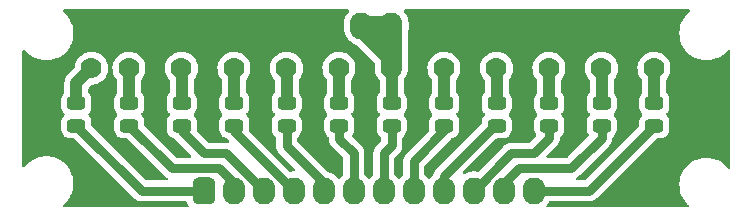
<source format=gbr>
%TF.GenerationSoftware,KiCad,Pcbnew,(6.0.4)*%
%TF.CreationDate,2022-09-19T09:41:04-03:00*%
%TF.ProjectId,Placa de sensores 12,506c6163-6120-4646-9520-73656e736f72,rev?*%
%TF.SameCoordinates,Original*%
%TF.FileFunction,Copper,L1,Top*%
%TF.FilePolarity,Positive*%
%FSLAX46Y46*%
G04 Gerber Fmt 4.6, Leading zero omitted, Abs format (unit mm)*
G04 Created by KiCad (PCBNEW (6.0.4)) date 2022-09-19 09:41:04*
%MOMM*%
%LPD*%
G01*
G04 APERTURE LIST*
G04 Aperture macros list*
%AMRoundRect*
0 Rectangle with rounded corners*
0 $1 Rounding radius*
0 $2 $3 $4 $5 $6 $7 $8 $9 X,Y pos of 4 corners*
0 Add a 4 corners polygon primitive as box body*
4,1,4,$2,$3,$4,$5,$6,$7,$8,$9,$2,$3,0*
0 Add four circle primitives for the rounded corners*
1,1,$1+$1,$2,$3*
1,1,$1+$1,$4,$5*
1,1,$1+$1,$6,$7*
1,1,$1+$1,$8,$9*
0 Add four rect primitives between the rounded corners*
20,1,$1+$1,$2,$3,$4,$5,0*
20,1,$1+$1,$4,$5,$6,$7,0*
20,1,$1+$1,$6,$7,$8,$9,0*
20,1,$1+$1,$8,$9,$2,$3,0*%
G04 Aperture macros list end*
%TA.AperFunction,SMDPad,CuDef*%
%ADD10RoundRect,0.285750X-0.476250X-0.285750X0.476250X-0.285750X0.476250X0.285750X-0.476250X0.285750X0*%
%TD*%
%TA.AperFunction,SMDPad,CuDef*%
%ADD11RoundRect,0.285750X-0.285750X-0.476250X0.285750X-0.476250X0.285750X0.476250X-0.285750X0.476250X0*%
%TD*%
%TA.AperFunction,ComponentPad*%
%ADD12RoundRect,0.476250X0.476250X-0.666750X0.476250X0.666750X-0.476250X0.666750X-0.476250X-0.666750X0*%
%TD*%
%TA.AperFunction,ComponentPad*%
%ADD13O,1.905000X2.286000*%
%TD*%
%TA.AperFunction,ComponentPad*%
%ADD14RoundRect,0.476250X-0.476250X0.666750X-0.476250X-0.666750X0.476250X-0.666750X0.476250X0.666750X0*%
%TD*%
%TA.AperFunction,ViaPad*%
%ADD15C,1.778000*%
%TD*%
%TA.AperFunction,Conductor*%
%ADD16C,1.778000*%
%TD*%
%TA.AperFunction,Conductor*%
%ADD17C,1.016000*%
%TD*%
%TA.AperFunction,Conductor*%
%ADD18C,0.762000*%
%TD*%
G04 APERTURE END LIST*
D10*
%TO.P,U12,1,VCC*%
%TO.N,+5V*%
X79405000Y-33850800D03*
%TO.P,U12,2,OUT*%
%TO.N,/s12*%
X79405000Y-35750800D03*
D11*
%TO.P,U12,3,GND*%
%TO.N,GND*%
X81280000Y-34800800D03*
%TD*%
D10*
%TO.P,U7,1,VCC*%
%TO.N,+5V*%
X57180000Y-33850800D03*
%TO.P,U7,2,OUT*%
%TO.N,/s7*%
X57180000Y-35750800D03*
D11*
%TO.P,U7,3,GND*%
%TO.N,GND*%
X59055000Y-34800800D03*
%TD*%
D10*
%TO.P,U11,1,VCC*%
%TO.N,+5V*%
X74960000Y-33850800D03*
%TO.P,U11,2,OUT*%
%TO.N,/s11*%
X74960000Y-35750800D03*
D11*
%TO.P,U11,3,GND*%
%TO.N,GND*%
X76835000Y-34800800D03*
%TD*%
D12*
%TO.P,J1,1,Pin_1*%
%TO.N,/s1*%
X41269996Y-41275000D03*
D13*
%TO.P,J1,2,Pin_2*%
%TO.N,/s2*%
X43809996Y-41275000D03*
%TO.P,J1,3,Pin_3*%
%TO.N,/s3*%
X46349996Y-41275000D03*
%TO.P,J1,4,Pin_4*%
%TO.N,/s4*%
X48889996Y-41275000D03*
%TO.P,J1,5,Pin_5*%
%TO.N,/s5*%
X51429996Y-41275000D03*
%TO.P,J1,6,Pin_6*%
%TO.N,/s6*%
X53969996Y-41275000D03*
%TO.P,J1,7,Pin_7*%
%TO.N,/s7*%
X56509996Y-41275000D03*
%TO.P,J1,8,Pin_8*%
%TO.N,/s8*%
X59049996Y-41275000D03*
%TO.P,J1,9,Pin_9*%
%TO.N,/s9*%
X61589996Y-41275000D03*
%TO.P,J1,10,Pin_10*%
%TO.N,/s10*%
X64129996Y-41275000D03*
%TO.P,J1,11,Pin_11*%
%TO.N,/s11*%
X66669996Y-41275000D03*
%TO.P,J1,12,Pin_12*%
%TO.N,/s12*%
X69209996Y-41275000D03*
%TD*%
D10*
%TO.P,U10,1,VCC*%
%TO.N,+5V*%
X70515000Y-33850800D03*
%TO.P,U10,2,OUT*%
%TO.N,/s10*%
X70515000Y-35750800D03*
D11*
%TO.P,U10,3,GND*%
%TO.N,GND*%
X72390000Y-34800800D03*
%TD*%
D10*
%TO.P,U5,1,VCC*%
%TO.N,+5V*%
X48290000Y-33850800D03*
%TO.P,U5,2,OUT*%
%TO.N,/s5*%
X48290000Y-35750800D03*
D11*
%TO.P,U5,3,GND*%
%TO.N,GND*%
X50165000Y-34800800D03*
%TD*%
D10*
%TO.P,U2,1,VCC*%
%TO.N,+5V*%
X34955000Y-33850800D03*
%TO.P,U2,2,OUT*%
%TO.N,/s2*%
X34955000Y-35750800D03*
D11*
%TO.P,U2,3,GND*%
%TO.N,GND*%
X36830000Y-34800800D03*
%TD*%
D14*
%TO.P,J2,1,Pin_1*%
%TO.N,GND*%
X59679992Y-27305000D03*
D13*
%TO.P,J2,2,Pin_2*%
%TO.N,+5V*%
X57139992Y-27305000D03*
%TO.P,J2,3,Pin_3*%
X54599992Y-27305000D03*
%TO.P,J2,4,Pin_4*%
%TO.N,GND*%
X52059992Y-27305000D03*
%TD*%
D10*
%TO.P,U4,1,VCC*%
%TO.N,+5V*%
X43845000Y-33850800D03*
%TO.P,U4,2,OUT*%
%TO.N,/s4*%
X43845000Y-35750800D03*
D11*
%TO.P,U4,3,GND*%
%TO.N,GND*%
X45720000Y-34800800D03*
%TD*%
D10*
%TO.P,U9,1,VCC*%
%TO.N,+5V*%
X66070000Y-33850800D03*
%TO.P,U9,2,OUT*%
%TO.N,/s9*%
X66070000Y-35750800D03*
D11*
%TO.P,U9,3,GND*%
%TO.N,GND*%
X67945000Y-34800800D03*
%TD*%
D10*
%TO.P,U8,1,VCC*%
%TO.N,+5V*%
X61625000Y-33850800D03*
%TO.P,U8,2,OUT*%
%TO.N,/s8*%
X61625000Y-35750800D03*
D11*
%TO.P,U8,3,GND*%
%TO.N,GND*%
X63500000Y-34800800D03*
%TD*%
D10*
%TO.P,U1,1,VCC*%
%TO.N,+5V*%
X30480000Y-33850800D03*
%TO.P,U1,2,OUT*%
%TO.N,/s1*%
X30480000Y-35750800D03*
D11*
%TO.P,U1,3,GND*%
%TO.N,GND*%
X32355000Y-34800800D03*
%TD*%
D10*
%TO.P,U6,1,VCC*%
%TO.N,+5V*%
X52735000Y-33850800D03*
%TO.P,U6,2,OUT*%
%TO.N,/s6*%
X52735000Y-35750800D03*
D11*
%TO.P,U6,3,GND*%
%TO.N,GND*%
X54610000Y-34800800D03*
%TD*%
D10*
%TO.P,U3,1,VCC*%
%TO.N,+5V*%
X39400000Y-33850800D03*
%TO.P,U3,2,OUT*%
%TO.N,/s3*%
X39400000Y-35750800D03*
D11*
%TO.P,U3,3,GND*%
%TO.N,GND*%
X41275000Y-34800800D03*
%TD*%
D15*
%TO.N,+5V*%
X57150000Y-30889200D03*
X61595000Y-30889200D03*
X34925000Y-30889200D03*
X39370000Y-30889200D03*
X70485000Y-30889200D03*
X66040000Y-30889200D03*
X52705000Y-30889200D03*
X74930000Y-30889200D03*
X43815000Y-30889200D03*
X48260000Y-30889200D03*
X79375000Y-30889200D03*
X31750000Y-30889200D03*
%TD*%
D16*
%TO.N,+5V*%
X54600000Y-27305000D02*
X54600000Y-27315000D01*
D17*
X66070000Y-33850800D02*
X66070000Y-30919200D01*
X70515000Y-30919200D02*
X70485000Y-30889200D01*
X66070000Y-30919200D02*
X66040000Y-30889200D01*
X31750000Y-30889200D02*
X30480000Y-32159200D01*
X48290000Y-30919200D02*
X48260000Y-30889200D01*
X61625000Y-30919200D02*
X61595000Y-30889200D01*
X74960000Y-33850800D02*
X74960000Y-30919200D01*
X57180000Y-30919200D02*
X57150000Y-30889200D01*
X39400000Y-33850800D02*
X39400000Y-30919200D01*
X52735000Y-33850800D02*
X52735000Y-30919200D01*
X79405000Y-33850800D02*
X79405000Y-30919200D01*
X30480000Y-32159200D02*
X30480000Y-33850800D01*
D16*
X57140000Y-27305000D02*
X57140000Y-29855000D01*
D17*
X43845000Y-30919200D02*
X43815000Y-30889200D01*
D16*
X57140000Y-29855000D02*
X57140000Y-30879200D01*
D17*
X39400000Y-30919200D02*
X39370000Y-30889200D01*
D16*
X54600000Y-27315000D02*
X57140000Y-29855000D01*
D17*
X74960000Y-30919200D02*
X74930000Y-30889200D01*
X79405000Y-30919200D02*
X79375000Y-30889200D01*
X34955000Y-30919200D02*
X34925000Y-30889200D01*
X34955000Y-33850800D02*
X34955000Y-30919200D01*
X48290000Y-33850800D02*
X48290000Y-30919200D01*
D16*
X54600000Y-27305000D02*
X57140000Y-27305000D01*
D17*
X43845000Y-33850800D02*
X43845000Y-30919200D01*
D16*
X57140000Y-30879200D02*
X57150000Y-30889200D01*
D17*
X52735000Y-30919200D02*
X52705000Y-30889200D01*
X61625000Y-33850800D02*
X61625000Y-30919200D01*
X70515000Y-33850800D02*
X70515000Y-30919200D01*
X57180000Y-33850800D02*
X57180000Y-30919200D01*
D18*
%TO.N,/s1*%
X36004200Y-41275000D02*
X41270000Y-41275000D01*
X30480000Y-35750800D02*
X36004200Y-41275000D01*
%TO.N,/s2*%
X34955000Y-35750800D02*
X38574200Y-39370000D01*
X42545000Y-39370000D02*
X43810000Y-40635000D01*
X38574200Y-39370000D02*
X42545000Y-39370000D01*
X43810000Y-40635000D02*
X43810000Y-41275000D01*
%TO.N,/s3*%
X46350000Y-41270000D02*
X46350000Y-41275000D01*
X39400000Y-36225000D02*
X41275000Y-38100000D01*
X43180000Y-38100000D02*
X46350000Y-41270000D01*
X41275000Y-38100000D02*
X43180000Y-38100000D01*
X39400000Y-35750800D02*
X39400000Y-36225000D01*
%TO.N,/s4*%
X43845000Y-35750800D02*
X43845000Y-36230000D01*
X43845000Y-36230000D02*
X48890000Y-41275000D01*
%TO.N,/s5*%
X48290000Y-35750800D02*
X48290000Y-37495000D01*
X48290000Y-37495000D02*
X51430000Y-40635000D01*
X51430000Y-40635000D02*
X51430000Y-41275000D01*
%TO.N,/s6*%
X52735000Y-35750800D02*
X52735000Y-36860000D01*
X52735000Y-36860000D02*
X53970000Y-38095000D01*
X53970000Y-38095000D02*
X53970000Y-41275000D01*
%TO.N,/s7*%
X57180000Y-37435000D02*
X56510000Y-38105000D01*
X57180000Y-35750800D02*
X57180000Y-37435000D01*
X56510000Y-38105000D02*
X56510000Y-41275000D01*
%TO.N,/s8*%
X61625000Y-36165000D02*
X59050000Y-38740000D01*
X61625000Y-35750800D02*
X61625000Y-36165000D01*
X59050000Y-38740000D02*
X59050000Y-41275000D01*
%TO.N,/s9*%
X61590000Y-40010000D02*
X61590000Y-41275000D01*
X66070000Y-35750800D02*
X65849200Y-35750800D01*
X65849200Y-35750800D02*
X61590000Y-40010000D01*
%TO.N,/s10*%
X70515000Y-35750800D02*
X70515000Y-36800000D01*
X69215000Y-38100000D02*
X67305000Y-38100000D01*
X67305000Y-38100000D02*
X64130000Y-41275000D01*
X70515000Y-36800000D02*
X69215000Y-38100000D01*
%TO.N,/s11*%
X72390000Y-39370000D02*
X67945000Y-39370000D01*
X67945000Y-39370000D02*
X66670000Y-40645000D01*
X74960000Y-35750800D02*
X74960000Y-36800000D01*
X74960000Y-36800000D02*
X72390000Y-39370000D01*
X66670000Y-40645000D02*
X66670000Y-41275000D01*
%TO.N,/s12*%
X79405000Y-35750800D02*
X73880800Y-41275000D01*
X73880800Y-41275000D02*
X69210000Y-41275000D01*
%TD*%
%TA.AperFunction,Conductor*%
%TO.N,GND*%
G36*
X82401996Y-25928502D02*
G01*
X82448489Y-25982158D01*
X82458593Y-26052432D01*
X82429099Y-26117012D01*
X82416953Y-26129232D01*
X82199731Y-26319731D01*
X82197022Y-26322820D01*
X82004823Y-26541980D01*
X82004819Y-26541986D01*
X82002105Y-26545080D01*
X81835584Y-26794297D01*
X81833760Y-26797996D01*
X81833757Y-26798001D01*
X81788500Y-26889774D01*
X81703017Y-27063117D01*
X81606672Y-27346940D01*
X81605868Y-27350984D01*
X81605866Y-27350990D01*
X81560829Y-27577407D01*
X81548197Y-27640911D01*
X81547928Y-27645016D01*
X81547927Y-27645023D01*
X81539723Y-27770202D01*
X81528594Y-27940000D01*
X81528864Y-27944119D01*
X81544866Y-28188263D01*
X81548197Y-28239089D01*
X81548999Y-28243122D01*
X81549000Y-28243128D01*
X81605866Y-28529010D01*
X81606672Y-28533060D01*
X81607999Y-28536969D01*
X81608000Y-28536973D01*
X81682356Y-28756019D01*
X81703017Y-28816883D01*
X81835584Y-29085703D01*
X82002105Y-29334920D01*
X82004819Y-29338014D01*
X82004823Y-29338020D01*
X82168876Y-29525086D01*
X82199731Y-29560269D01*
X82202820Y-29562978D01*
X82421980Y-29755177D01*
X82421986Y-29755181D01*
X82425080Y-29757895D01*
X82674297Y-29924416D01*
X82677996Y-29926240D01*
X82678001Y-29926243D01*
X82815905Y-29994249D01*
X82943117Y-30056983D01*
X82947022Y-30058308D01*
X82947023Y-30058309D01*
X83223027Y-30152000D01*
X83223031Y-30152001D01*
X83226940Y-30153328D01*
X83230984Y-30154132D01*
X83230990Y-30154134D01*
X83516872Y-30211000D01*
X83516878Y-30211001D01*
X83520911Y-30211803D01*
X83525016Y-30212072D01*
X83525023Y-30212073D01*
X83815881Y-30231136D01*
X83820000Y-30231406D01*
X83824119Y-30231136D01*
X84114977Y-30212073D01*
X84114984Y-30212072D01*
X84119089Y-30211803D01*
X84123122Y-30211001D01*
X84123128Y-30211000D01*
X84409010Y-30154134D01*
X84409016Y-30154132D01*
X84413060Y-30153328D01*
X84416969Y-30152001D01*
X84416973Y-30152000D01*
X84692977Y-30058309D01*
X84692978Y-30058308D01*
X84696883Y-30056983D01*
X84824095Y-29994249D01*
X84961999Y-29926243D01*
X84962004Y-29926240D01*
X84965703Y-29924416D01*
X85214920Y-29757895D01*
X85218014Y-29755181D01*
X85218020Y-29755177D01*
X85437180Y-29562978D01*
X85440269Y-29560269D01*
X85471124Y-29525086D01*
X85630768Y-29343047D01*
X85690722Y-29305020D01*
X85761717Y-29305442D01*
X85821214Y-29344181D01*
X85850322Y-29408936D01*
X85851500Y-29426125D01*
X85851500Y-39280875D01*
X85831498Y-39348996D01*
X85777842Y-39395489D01*
X85707568Y-39405593D01*
X85642988Y-39376099D01*
X85630768Y-39363953D01*
X85442978Y-39149820D01*
X85440269Y-39146731D01*
X85298976Y-39022820D01*
X85218020Y-38951823D01*
X85218014Y-38951819D01*
X85214920Y-38949105D01*
X84965703Y-38782584D01*
X84962004Y-38780760D01*
X84961999Y-38780757D01*
X84791486Y-38696670D01*
X84696883Y-38650017D01*
X84692977Y-38648691D01*
X84416973Y-38555000D01*
X84416969Y-38554999D01*
X84413060Y-38553672D01*
X84409016Y-38552868D01*
X84409010Y-38552866D01*
X84123128Y-38496000D01*
X84123122Y-38495999D01*
X84119089Y-38495197D01*
X84114984Y-38494928D01*
X84114977Y-38494927D01*
X83824119Y-38475864D01*
X83820000Y-38475594D01*
X83815881Y-38475864D01*
X83525023Y-38494927D01*
X83525016Y-38494928D01*
X83520911Y-38495197D01*
X83516878Y-38495999D01*
X83516872Y-38496000D01*
X83230990Y-38552866D01*
X83230984Y-38552868D01*
X83226940Y-38553672D01*
X83223031Y-38554999D01*
X83223027Y-38555000D01*
X82947023Y-38648691D01*
X82943117Y-38650017D01*
X82848514Y-38696670D01*
X82678001Y-38780757D01*
X82677996Y-38780760D01*
X82674297Y-38782584D01*
X82425080Y-38949105D01*
X82421986Y-38951819D01*
X82421980Y-38951823D01*
X82341024Y-39022820D01*
X82199731Y-39146731D01*
X82197022Y-39149820D01*
X82004823Y-39368980D01*
X82004819Y-39368986D01*
X82002105Y-39372080D01*
X81835584Y-39621297D01*
X81833760Y-39624996D01*
X81833757Y-39625001D01*
X81772202Y-39749823D01*
X81703017Y-39890117D01*
X81701692Y-39894022D01*
X81701691Y-39894023D01*
X81612024Y-40158175D01*
X81606672Y-40173940D01*
X81605868Y-40177984D01*
X81605866Y-40177990D01*
X81557816Y-40419554D01*
X81548197Y-40467911D01*
X81547928Y-40472016D01*
X81547927Y-40472023D01*
X81537188Y-40635881D01*
X81528594Y-40767000D01*
X81528864Y-40771119D01*
X81543043Y-40987446D01*
X81548197Y-41066089D01*
X81548999Y-41070122D01*
X81549000Y-41070128D01*
X81605866Y-41356010D01*
X81606672Y-41360060D01*
X81607999Y-41363969D01*
X81608000Y-41363973D01*
X81701691Y-41639977D01*
X81703017Y-41643883D01*
X81704841Y-41647581D01*
X81818414Y-41877885D01*
X81835584Y-41912703D01*
X82002105Y-42161920D01*
X82004819Y-42165014D01*
X82004823Y-42165020D01*
X82179153Y-42363804D01*
X82199731Y-42387269D01*
X82202820Y-42389978D01*
X82202827Y-42389985D01*
X82272137Y-42450768D01*
X82310165Y-42510721D01*
X82309743Y-42581717D01*
X82271005Y-42641214D01*
X82206250Y-42670322D01*
X82189060Y-42671500D01*
X70373152Y-42671500D01*
X70305031Y-42651498D01*
X70258538Y-42597842D01*
X70248434Y-42527568D01*
X70282059Y-42458448D01*
X70282588Y-42457895D01*
X70349297Y-42388088D01*
X70464304Y-42219495D01*
X70519215Y-42174493D01*
X70568392Y-42164500D01*
X73800875Y-42164500D01*
X73820586Y-42166051D01*
X73827473Y-42167142D01*
X73827475Y-42167142D01*
X73833990Y-42168174D01*
X73840578Y-42167829D01*
X73840582Y-42167829D01*
X73900799Y-42164673D01*
X73907393Y-42164500D01*
X73927420Y-42164500D01*
X73930691Y-42164156D01*
X73930695Y-42164156D01*
X73947339Y-42162407D01*
X73953913Y-42161890D01*
X74014116Y-42158735D01*
X74014118Y-42158735D01*
X74020715Y-42158389D01*
X74033828Y-42154875D01*
X74053270Y-42151272D01*
X74054512Y-42151142D01*
X74060185Y-42150546D01*
X74060189Y-42150545D01*
X74066756Y-42149855D01*
X74130381Y-42129182D01*
X74136706Y-42127309D01*
X74144159Y-42125312D01*
X74201324Y-42109994D01*
X74213416Y-42103833D01*
X74231675Y-42096270D01*
X74244585Y-42092075D01*
X74302524Y-42058624D01*
X74308320Y-42055477D01*
X74332715Y-42043047D01*
X74367925Y-42025107D01*
X74378470Y-42016568D01*
X74394755Y-42005375D01*
X74400802Y-42001884D01*
X74400805Y-42001881D01*
X74406515Y-41998585D01*
X74411415Y-41994173D01*
X74411419Y-41994170D01*
X74456225Y-41953825D01*
X74461246Y-41949537D01*
X74474241Y-41939014D01*
X74476806Y-41936937D01*
X74490953Y-41922790D01*
X74495737Y-41918249D01*
X74540566Y-41877885D01*
X74540567Y-41877883D01*
X74545469Y-41873470D01*
X74553452Y-41862482D01*
X74566289Y-41847454D01*
X79546039Y-36867704D01*
X79608351Y-36833678D01*
X79635134Y-36830799D01*
X79968416Y-36830799D01*
X79973117Y-36830529D01*
X80146738Y-36790445D01*
X80307165Y-36712892D01*
X80341892Y-36685170D01*
X80440920Y-36606116D01*
X80446423Y-36601723D01*
X80557592Y-36462465D01*
X80635145Y-36302038D01*
X80675229Y-36128417D01*
X80675500Y-36123717D01*
X80675499Y-35377884D01*
X80675229Y-35373183D01*
X80635145Y-35199562D01*
X80557592Y-35039135D01*
X80446423Y-34899877D01*
X80440920Y-34895484D01*
X80435937Y-34890501D01*
X80438039Y-34888399D01*
X80404902Y-34841131D01*
X80402047Y-34770192D01*
X80436448Y-34711610D01*
X80435937Y-34711099D01*
X80437903Y-34709133D01*
X80437998Y-34708971D01*
X80438500Y-34708536D01*
X80440920Y-34706116D01*
X80446423Y-34701723D01*
X80557592Y-34562465D01*
X80635145Y-34402038D01*
X80675229Y-34228417D01*
X80675500Y-34223717D01*
X80675499Y-33477884D01*
X80675229Y-33473183D01*
X80635145Y-33299562D01*
X80557592Y-33139135D01*
X80449029Y-33003141D01*
X80422161Y-32937424D01*
X80421500Y-32924532D01*
X80421500Y-31868406D01*
X80445177Y-31794880D01*
X80576997Y-31611433D01*
X80584416Y-31596423D01*
X80650404Y-31462904D01*
X80678816Y-31405417D01*
X80701312Y-31331375D01*
X80744117Y-31190491D01*
X80744118Y-31190485D01*
X80745621Y-31185539D01*
X80775616Y-30957702D01*
X80777290Y-30889200D01*
X80767141Y-30765756D01*
X80758884Y-30665321D01*
X80758883Y-30665315D01*
X80758460Y-30660170D01*
X80702477Y-30437290D01*
X80610843Y-30226547D01*
X80608037Y-30222209D01*
X80488830Y-30037943D01*
X80488828Y-30037940D01*
X80486020Y-30033600D01*
X80368866Y-29904849D01*
X80334837Y-29867452D01*
X80334835Y-29867451D01*
X80331359Y-29863630D01*
X80327308Y-29860431D01*
X80327304Y-29860427D01*
X80155073Y-29724408D01*
X80151015Y-29721203D01*
X79949831Y-29610143D01*
X79832611Y-29568633D01*
X79738084Y-29535159D01*
X79738080Y-29535158D01*
X79733209Y-29533433D01*
X79728116Y-29532526D01*
X79728113Y-29532525D01*
X79512056Y-29494039D01*
X79512050Y-29494038D01*
X79506967Y-29493133D01*
X79433784Y-29492239D01*
X79282351Y-29490389D01*
X79282349Y-29490389D01*
X79277181Y-29490326D01*
X79125610Y-29513519D01*
X79055131Y-29524304D01*
X79055128Y-29524305D01*
X79050022Y-29525086D01*
X79045110Y-29526691D01*
X79045112Y-29526691D01*
X78836504Y-29594875D01*
X78836502Y-29594876D01*
X78831591Y-29596481D01*
X78627753Y-29702592D01*
X78623620Y-29705695D01*
X78623617Y-29705697D01*
X78457922Y-29830104D01*
X78443983Y-29840570D01*
X78285216Y-30006710D01*
X78282302Y-30010982D01*
X78282301Y-30010983D01*
X78194840Y-30139197D01*
X78155716Y-30196550D01*
X78107338Y-30300771D01*
X78062690Y-30396959D01*
X78058961Y-30404992D01*
X77997548Y-30626437D01*
X77973129Y-30854939D01*
X77973426Y-30860092D01*
X77973426Y-30860095D01*
X77974629Y-30880962D01*
X77986357Y-31084361D01*
X77987492Y-31089398D01*
X77987493Y-31089404D01*
X78021565Y-31240594D01*
X78036878Y-31308542D01*
X78123336Y-31521461D01*
X78126033Y-31525862D01*
X78126034Y-31525864D01*
X78222096Y-31682622D01*
X78243408Y-31717400D01*
X78331741Y-31819375D01*
X78357738Y-31849387D01*
X78387220Y-31913973D01*
X78388500Y-31931884D01*
X78388500Y-32924532D01*
X78368498Y-32992653D01*
X78360971Y-33003141D01*
X78252408Y-33139135D01*
X78174855Y-33299562D01*
X78134771Y-33473183D01*
X78134500Y-33477883D01*
X78134501Y-34223716D01*
X78134771Y-34228417D01*
X78174855Y-34402038D01*
X78252408Y-34562465D01*
X78363577Y-34701723D01*
X78369080Y-34706116D01*
X78374063Y-34711099D01*
X78371961Y-34713201D01*
X78405098Y-34760469D01*
X78407953Y-34831408D01*
X78373552Y-34889990D01*
X78374063Y-34890501D01*
X78372097Y-34892467D01*
X78372002Y-34892629D01*
X78371500Y-34893064D01*
X78369080Y-34895484D01*
X78363577Y-34899877D01*
X78252408Y-35039135D01*
X78174855Y-35199562D01*
X78134771Y-35373183D01*
X78134500Y-35377883D01*
X78134501Y-35558488D01*
X78134501Y-35711166D01*
X78114499Y-35779286D01*
X78097596Y-35800261D01*
X73549262Y-40348595D01*
X73486950Y-40382621D01*
X73460167Y-40385500D01*
X72881089Y-40385500D01*
X72812968Y-40365498D01*
X72766475Y-40311842D01*
X72756371Y-40241568D01*
X72785865Y-40176988D01*
X72823885Y-40147234D01*
X72877125Y-40120107D01*
X72887670Y-40111568D01*
X72903955Y-40100375D01*
X72910002Y-40096884D01*
X72910005Y-40096881D01*
X72915715Y-40093585D01*
X72920615Y-40089173D01*
X72920619Y-40089170D01*
X72965425Y-40048825D01*
X72970446Y-40044537D01*
X72983441Y-40034014D01*
X72986006Y-40031937D01*
X73000153Y-40017790D01*
X73004937Y-40013249D01*
X73049766Y-39972885D01*
X73049767Y-39972883D01*
X73054669Y-39968470D01*
X73062652Y-39957482D01*
X73075489Y-39942454D01*
X75532454Y-37485489D01*
X75547482Y-37472652D01*
X75558470Y-37464669D01*
X75565600Y-37456751D01*
X75603249Y-37414937D01*
X75607790Y-37410153D01*
X75621937Y-37396006D01*
X75634537Y-37380446D01*
X75638825Y-37375425D01*
X75639401Y-37374786D01*
X75664307Y-37347125D01*
X75679170Y-37330619D01*
X75679173Y-37330615D01*
X75683585Y-37325715D01*
X75686881Y-37320005D01*
X75686884Y-37320002D01*
X75690375Y-37313955D01*
X75701568Y-37297670D01*
X75705950Y-37292258D01*
X75710107Y-37287125D01*
X75740477Y-37227520D01*
X75743624Y-37221724D01*
X75748391Y-37213467D01*
X75777075Y-37163785D01*
X75781270Y-37150875D01*
X75788833Y-37132616D01*
X75794994Y-37120524D01*
X75812309Y-37055906D01*
X75814182Y-37049582D01*
X75819742Y-37032471D01*
X75834855Y-36985956D01*
X75836272Y-36972470D01*
X75839876Y-36953023D01*
X75841680Y-36946293D01*
X75841680Y-36946292D01*
X75843389Y-36939915D01*
X75843735Y-36933316D01*
X75846890Y-36873113D01*
X75847407Y-36866539D01*
X75849156Y-36849895D01*
X75849156Y-36849891D01*
X75849500Y-36846620D01*
X75849500Y-36826593D01*
X75849673Y-36819999D01*
X75852022Y-36775172D01*
X75875561Y-36708192D01*
X75899240Y-36683295D01*
X75995920Y-36606116D01*
X76001423Y-36601723D01*
X76112592Y-36462465D01*
X76190145Y-36302038D01*
X76230229Y-36128417D01*
X76230500Y-36123717D01*
X76230499Y-35377884D01*
X76230229Y-35373183D01*
X76190145Y-35199562D01*
X76112592Y-35039135D01*
X76001423Y-34899877D01*
X75995920Y-34895484D01*
X75990937Y-34890501D01*
X75993039Y-34888399D01*
X75959902Y-34841131D01*
X75957047Y-34770192D01*
X75991448Y-34711610D01*
X75990937Y-34711099D01*
X75992903Y-34709133D01*
X75992998Y-34708971D01*
X75993500Y-34708536D01*
X75995920Y-34706116D01*
X76001423Y-34701723D01*
X76112592Y-34562465D01*
X76190145Y-34402038D01*
X76230229Y-34228417D01*
X76230500Y-34223717D01*
X76230499Y-33477884D01*
X76230229Y-33473183D01*
X76190145Y-33299562D01*
X76112592Y-33139135D01*
X76004029Y-33003141D01*
X75977161Y-32937424D01*
X75976500Y-32924532D01*
X75976500Y-31868406D01*
X76000177Y-31794880D01*
X76131997Y-31611433D01*
X76139416Y-31596423D01*
X76205404Y-31462904D01*
X76233816Y-31405417D01*
X76256312Y-31331375D01*
X76299117Y-31190491D01*
X76299118Y-31190485D01*
X76300621Y-31185539D01*
X76330616Y-30957702D01*
X76332290Y-30889200D01*
X76322141Y-30765756D01*
X76313884Y-30665321D01*
X76313883Y-30665315D01*
X76313460Y-30660170D01*
X76257477Y-30437290D01*
X76165843Y-30226547D01*
X76163037Y-30222209D01*
X76043830Y-30037943D01*
X76043828Y-30037940D01*
X76041020Y-30033600D01*
X75923866Y-29904849D01*
X75889837Y-29867452D01*
X75889835Y-29867451D01*
X75886359Y-29863630D01*
X75882308Y-29860431D01*
X75882304Y-29860427D01*
X75710073Y-29724408D01*
X75706015Y-29721203D01*
X75504831Y-29610143D01*
X75387611Y-29568633D01*
X75293084Y-29535159D01*
X75293080Y-29535158D01*
X75288209Y-29533433D01*
X75283116Y-29532526D01*
X75283113Y-29532525D01*
X75067056Y-29494039D01*
X75067050Y-29494038D01*
X75061967Y-29493133D01*
X74988784Y-29492239D01*
X74837351Y-29490389D01*
X74837349Y-29490389D01*
X74832181Y-29490326D01*
X74680610Y-29513519D01*
X74610131Y-29524304D01*
X74610128Y-29524305D01*
X74605022Y-29525086D01*
X74600110Y-29526691D01*
X74600112Y-29526691D01*
X74391504Y-29594875D01*
X74391502Y-29594876D01*
X74386591Y-29596481D01*
X74182753Y-29702592D01*
X74178620Y-29705695D01*
X74178617Y-29705697D01*
X74012922Y-29830104D01*
X73998983Y-29840570D01*
X73840216Y-30006710D01*
X73837302Y-30010982D01*
X73837301Y-30010983D01*
X73749840Y-30139197D01*
X73710716Y-30196550D01*
X73662338Y-30300771D01*
X73617690Y-30396959D01*
X73613961Y-30404992D01*
X73552548Y-30626437D01*
X73528129Y-30854939D01*
X73528426Y-30860092D01*
X73528426Y-30860095D01*
X73529629Y-30880962D01*
X73541357Y-31084361D01*
X73542492Y-31089398D01*
X73542493Y-31089404D01*
X73576565Y-31240594D01*
X73591878Y-31308542D01*
X73678336Y-31521461D01*
X73681033Y-31525862D01*
X73681034Y-31525864D01*
X73777096Y-31682622D01*
X73798408Y-31717400D01*
X73886741Y-31819375D01*
X73912738Y-31849387D01*
X73942220Y-31913973D01*
X73943500Y-31931884D01*
X73943500Y-32924532D01*
X73923498Y-32992653D01*
X73915971Y-33003141D01*
X73807408Y-33139135D01*
X73729855Y-33299562D01*
X73689771Y-33473183D01*
X73689500Y-33477883D01*
X73689501Y-34223716D01*
X73689771Y-34228417D01*
X73729855Y-34402038D01*
X73807408Y-34562465D01*
X73918577Y-34701723D01*
X73924080Y-34706116D01*
X73929063Y-34711099D01*
X73926961Y-34713201D01*
X73960098Y-34760469D01*
X73962953Y-34831408D01*
X73928552Y-34889990D01*
X73929063Y-34890501D01*
X73927097Y-34892467D01*
X73927002Y-34892629D01*
X73926500Y-34893064D01*
X73924080Y-34895484D01*
X73918577Y-34899877D01*
X73807408Y-35039135D01*
X73729855Y-35199562D01*
X73689771Y-35373183D01*
X73689500Y-35377883D01*
X73689501Y-36123716D01*
X73689771Y-36128417D01*
X73729855Y-36302038D01*
X73807408Y-36462465D01*
X73811802Y-36467969D01*
X73811805Y-36467974D01*
X73840193Y-36503534D01*
X73867062Y-36569250D01*
X73854136Y-36639060D01*
X73830818Y-36671239D01*
X72058462Y-38443595D01*
X71996150Y-38477621D01*
X71969367Y-38480500D01*
X70396633Y-38480500D01*
X70328512Y-38460498D01*
X70282019Y-38406842D01*
X70271915Y-38336568D01*
X70301409Y-38271988D01*
X70307538Y-38265405D01*
X71087454Y-37485489D01*
X71102482Y-37472652D01*
X71113470Y-37464669D01*
X71120600Y-37456751D01*
X71158249Y-37414937D01*
X71162790Y-37410153D01*
X71176937Y-37396006D01*
X71189537Y-37380446D01*
X71193825Y-37375425D01*
X71194401Y-37374786D01*
X71219307Y-37347125D01*
X71234170Y-37330619D01*
X71234173Y-37330615D01*
X71238585Y-37325715D01*
X71241881Y-37320005D01*
X71241884Y-37320002D01*
X71245375Y-37313955D01*
X71256568Y-37297670D01*
X71260950Y-37292258D01*
X71265107Y-37287125D01*
X71295477Y-37227520D01*
X71298624Y-37221724D01*
X71303391Y-37213467D01*
X71332075Y-37163785D01*
X71336270Y-37150875D01*
X71343833Y-37132616D01*
X71349994Y-37120524D01*
X71367309Y-37055906D01*
X71369182Y-37049582D01*
X71374742Y-37032471D01*
X71389855Y-36985956D01*
X71391272Y-36972470D01*
X71394876Y-36953023D01*
X71396680Y-36946293D01*
X71396680Y-36946292D01*
X71398389Y-36939915D01*
X71398735Y-36933316D01*
X71401890Y-36873113D01*
X71402407Y-36866539D01*
X71404156Y-36849895D01*
X71404156Y-36849891D01*
X71404500Y-36846620D01*
X71404500Y-36826593D01*
X71404673Y-36819999D01*
X71407022Y-36775172D01*
X71430561Y-36708192D01*
X71454240Y-36683295D01*
X71550920Y-36606116D01*
X71556423Y-36601723D01*
X71667592Y-36462465D01*
X71745145Y-36302038D01*
X71785229Y-36128417D01*
X71785500Y-36123717D01*
X71785499Y-35377884D01*
X71785229Y-35373183D01*
X71745145Y-35199562D01*
X71667592Y-35039135D01*
X71556423Y-34899877D01*
X71550920Y-34895484D01*
X71545937Y-34890501D01*
X71548039Y-34888399D01*
X71514902Y-34841131D01*
X71512047Y-34770192D01*
X71546448Y-34711610D01*
X71545937Y-34711099D01*
X71547903Y-34709133D01*
X71547998Y-34708971D01*
X71548500Y-34708536D01*
X71550920Y-34706116D01*
X71556423Y-34701723D01*
X71667592Y-34562465D01*
X71745145Y-34402038D01*
X71785229Y-34228417D01*
X71785500Y-34223717D01*
X71785499Y-33477884D01*
X71785229Y-33473183D01*
X71745145Y-33299562D01*
X71667592Y-33139135D01*
X71559029Y-33003141D01*
X71532161Y-32937424D01*
X71531500Y-32924532D01*
X71531500Y-31868406D01*
X71555177Y-31794880D01*
X71686997Y-31611433D01*
X71694416Y-31596423D01*
X71760404Y-31462904D01*
X71788816Y-31405417D01*
X71811312Y-31331375D01*
X71854117Y-31190491D01*
X71854118Y-31190485D01*
X71855621Y-31185539D01*
X71885616Y-30957702D01*
X71887290Y-30889200D01*
X71877141Y-30765756D01*
X71868884Y-30665321D01*
X71868883Y-30665315D01*
X71868460Y-30660170D01*
X71812477Y-30437290D01*
X71720843Y-30226547D01*
X71718037Y-30222209D01*
X71598830Y-30037943D01*
X71598828Y-30037940D01*
X71596020Y-30033600D01*
X71478866Y-29904849D01*
X71444837Y-29867452D01*
X71444835Y-29867451D01*
X71441359Y-29863630D01*
X71437308Y-29860431D01*
X71437304Y-29860427D01*
X71265073Y-29724408D01*
X71261015Y-29721203D01*
X71059831Y-29610143D01*
X70942611Y-29568633D01*
X70848084Y-29535159D01*
X70848080Y-29535158D01*
X70843209Y-29533433D01*
X70838116Y-29532526D01*
X70838113Y-29532525D01*
X70622056Y-29494039D01*
X70622050Y-29494038D01*
X70616967Y-29493133D01*
X70543784Y-29492239D01*
X70392351Y-29490389D01*
X70392349Y-29490389D01*
X70387181Y-29490326D01*
X70235610Y-29513519D01*
X70165131Y-29524304D01*
X70165128Y-29524305D01*
X70160022Y-29525086D01*
X70155110Y-29526691D01*
X70155112Y-29526691D01*
X69946504Y-29594875D01*
X69946502Y-29594876D01*
X69941591Y-29596481D01*
X69737753Y-29702592D01*
X69733620Y-29705695D01*
X69733617Y-29705697D01*
X69567922Y-29830104D01*
X69553983Y-29840570D01*
X69395216Y-30006710D01*
X69392302Y-30010982D01*
X69392301Y-30010983D01*
X69304840Y-30139197D01*
X69265716Y-30196550D01*
X69217338Y-30300771D01*
X69172690Y-30396959D01*
X69168961Y-30404992D01*
X69107548Y-30626437D01*
X69083129Y-30854939D01*
X69083426Y-30860092D01*
X69083426Y-30860095D01*
X69084629Y-30880962D01*
X69096357Y-31084361D01*
X69097492Y-31089398D01*
X69097493Y-31089404D01*
X69131565Y-31240594D01*
X69146878Y-31308542D01*
X69233336Y-31521461D01*
X69236033Y-31525862D01*
X69236034Y-31525864D01*
X69332096Y-31682622D01*
X69353408Y-31717400D01*
X69441741Y-31819375D01*
X69467738Y-31849387D01*
X69497220Y-31913973D01*
X69498500Y-31931884D01*
X69498500Y-32924532D01*
X69478498Y-32992653D01*
X69470971Y-33003141D01*
X69362408Y-33139135D01*
X69284855Y-33299562D01*
X69244771Y-33473183D01*
X69244500Y-33477883D01*
X69244501Y-34223716D01*
X69244771Y-34228417D01*
X69284855Y-34402038D01*
X69362408Y-34562465D01*
X69473577Y-34701723D01*
X69479080Y-34706116D01*
X69484063Y-34711099D01*
X69481961Y-34713201D01*
X69515098Y-34760469D01*
X69517953Y-34831408D01*
X69483552Y-34889990D01*
X69484063Y-34890501D01*
X69482097Y-34892467D01*
X69482002Y-34892629D01*
X69481500Y-34893064D01*
X69479080Y-34895484D01*
X69473577Y-34899877D01*
X69362408Y-35039135D01*
X69284855Y-35199562D01*
X69244771Y-35373183D01*
X69244500Y-35377883D01*
X69244501Y-36123716D01*
X69244771Y-36128417D01*
X69284855Y-36302038D01*
X69362408Y-36462465D01*
X69366802Y-36467969D01*
X69366805Y-36467974D01*
X69395193Y-36503534D01*
X69422062Y-36569250D01*
X69409136Y-36639060D01*
X69385818Y-36671239D01*
X68883462Y-37173595D01*
X68821150Y-37207621D01*
X68794367Y-37210500D01*
X67384925Y-37210500D01*
X67365214Y-37208949D01*
X67358327Y-37207858D01*
X67358325Y-37207858D01*
X67351810Y-37206826D01*
X67345223Y-37207171D01*
X67345218Y-37207171D01*
X67285008Y-37210327D01*
X67278414Y-37210500D01*
X67258380Y-37210500D01*
X67255106Y-37210844D01*
X67255107Y-37210844D01*
X67238454Y-37212594D01*
X67231880Y-37213111D01*
X67171679Y-37216266D01*
X67171675Y-37216267D01*
X67165085Y-37216612D01*
X67158710Y-37218320D01*
X67158705Y-37218321D01*
X67151980Y-37220123D01*
X67132537Y-37223727D01*
X67119044Y-37225145D01*
X67055386Y-37245828D01*
X67049138Y-37247680D01*
X66984476Y-37265006D01*
X66972384Y-37271167D01*
X66954125Y-37278730D01*
X66941215Y-37282925D01*
X66902329Y-37305376D01*
X66883276Y-37316376D01*
X66877480Y-37319523D01*
X66817875Y-37349893D01*
X66811476Y-37355075D01*
X66807330Y-37358432D01*
X66791045Y-37369625D01*
X66784998Y-37373116D01*
X66784995Y-37373119D01*
X66779285Y-37376415D01*
X66774385Y-37380827D01*
X66774381Y-37380830D01*
X66757527Y-37396006D01*
X66739213Y-37412497D01*
X66729575Y-37421175D01*
X66724554Y-37425463D01*
X66716047Y-37432352D01*
X66708994Y-37438063D01*
X66694847Y-37452210D01*
X66690063Y-37456751D01*
X66645741Y-37496659D01*
X66640331Y-37501530D01*
X66632348Y-37512518D01*
X66619511Y-37527546D01*
X64530118Y-39616939D01*
X64467806Y-39650965D01*
X64418928Y-39651891D01*
X64320345Y-39634331D01*
X64273046Y-39625905D01*
X64273044Y-39625905D01*
X64267959Y-39624999D01*
X64187958Y-39624022D01*
X64032903Y-39622127D01*
X64032901Y-39622127D01*
X64027733Y-39622064D01*
X63790252Y-39658404D01*
X63677999Y-39695094D01*
X63566813Y-39731434D01*
X63566807Y-39731437D01*
X63561895Y-39733042D01*
X63557309Y-39735429D01*
X63557305Y-39735431D01*
X63376550Y-39829527D01*
X63306890Y-39843240D01*
X63240875Y-39817115D01*
X63199463Y-39759447D01*
X63195804Y-39688545D01*
X63229274Y-39628669D01*
X65990238Y-36867705D01*
X66052550Y-36833679D01*
X66079333Y-36830800D01*
X66613279Y-36830799D01*
X66633416Y-36830799D01*
X66638117Y-36830529D01*
X66811738Y-36790445D01*
X66972165Y-36712892D01*
X67006892Y-36685170D01*
X67105920Y-36606116D01*
X67111423Y-36601723D01*
X67222592Y-36462465D01*
X67300145Y-36302038D01*
X67340229Y-36128417D01*
X67340500Y-36123717D01*
X67340499Y-35377884D01*
X67340229Y-35373183D01*
X67300145Y-35199562D01*
X67222592Y-35039135D01*
X67111423Y-34899877D01*
X67105920Y-34895484D01*
X67100937Y-34890501D01*
X67103039Y-34888399D01*
X67069902Y-34841131D01*
X67067047Y-34770192D01*
X67101448Y-34711610D01*
X67100937Y-34711099D01*
X67102903Y-34709133D01*
X67102998Y-34708971D01*
X67103500Y-34708536D01*
X67105920Y-34706116D01*
X67111423Y-34701723D01*
X67222592Y-34562465D01*
X67300145Y-34402038D01*
X67340229Y-34228417D01*
X67340500Y-34223717D01*
X67340499Y-33477884D01*
X67340229Y-33473183D01*
X67300145Y-33299562D01*
X67222592Y-33139135D01*
X67114029Y-33003141D01*
X67087161Y-32937424D01*
X67086500Y-32924532D01*
X67086500Y-31868406D01*
X67110177Y-31794880D01*
X67241997Y-31611433D01*
X67249416Y-31596423D01*
X67315404Y-31462904D01*
X67343816Y-31405417D01*
X67366312Y-31331375D01*
X67409117Y-31190491D01*
X67409118Y-31190485D01*
X67410621Y-31185539D01*
X67440616Y-30957702D01*
X67442290Y-30889200D01*
X67432141Y-30765756D01*
X67423884Y-30665321D01*
X67423883Y-30665315D01*
X67423460Y-30660170D01*
X67367477Y-30437290D01*
X67275843Y-30226547D01*
X67273037Y-30222209D01*
X67153830Y-30037943D01*
X67153828Y-30037940D01*
X67151020Y-30033600D01*
X67033866Y-29904849D01*
X66999837Y-29867452D01*
X66999835Y-29867451D01*
X66996359Y-29863630D01*
X66992308Y-29860431D01*
X66992304Y-29860427D01*
X66820073Y-29724408D01*
X66816015Y-29721203D01*
X66614831Y-29610143D01*
X66497611Y-29568633D01*
X66403084Y-29535159D01*
X66403080Y-29535158D01*
X66398209Y-29533433D01*
X66393116Y-29532526D01*
X66393113Y-29532525D01*
X66177056Y-29494039D01*
X66177050Y-29494038D01*
X66171967Y-29493133D01*
X66098784Y-29492239D01*
X65947351Y-29490389D01*
X65947349Y-29490389D01*
X65942181Y-29490326D01*
X65790610Y-29513519D01*
X65720131Y-29524304D01*
X65720128Y-29524305D01*
X65715022Y-29525086D01*
X65710110Y-29526691D01*
X65710112Y-29526691D01*
X65501504Y-29594875D01*
X65501502Y-29594876D01*
X65496591Y-29596481D01*
X65292753Y-29702592D01*
X65288620Y-29705695D01*
X65288617Y-29705697D01*
X65122922Y-29830104D01*
X65108983Y-29840570D01*
X64950216Y-30006710D01*
X64947302Y-30010982D01*
X64947301Y-30010983D01*
X64859840Y-30139197D01*
X64820716Y-30196550D01*
X64772338Y-30300771D01*
X64727690Y-30396959D01*
X64723961Y-30404992D01*
X64662548Y-30626437D01*
X64638129Y-30854939D01*
X64638426Y-30860092D01*
X64638426Y-30860095D01*
X64639629Y-30880962D01*
X64651357Y-31084361D01*
X64652492Y-31089398D01*
X64652493Y-31089404D01*
X64686565Y-31240594D01*
X64701878Y-31308542D01*
X64788336Y-31521461D01*
X64791033Y-31525862D01*
X64791034Y-31525864D01*
X64887096Y-31682622D01*
X64908408Y-31717400D01*
X64996741Y-31819375D01*
X65022738Y-31849387D01*
X65052220Y-31913973D01*
X65053500Y-31931884D01*
X65053500Y-32924532D01*
X65033498Y-32992653D01*
X65025971Y-33003141D01*
X64917408Y-33139135D01*
X64839855Y-33299562D01*
X64799771Y-33473183D01*
X64799500Y-33477883D01*
X64799501Y-34223716D01*
X64799771Y-34228417D01*
X64839855Y-34402038D01*
X64917408Y-34562465D01*
X65028577Y-34701723D01*
X65034080Y-34706116D01*
X65039063Y-34711099D01*
X65036961Y-34713201D01*
X65070098Y-34760469D01*
X65072953Y-34831408D01*
X65038552Y-34889990D01*
X65039063Y-34890501D01*
X65037097Y-34892467D01*
X65037002Y-34892629D01*
X65036500Y-34893064D01*
X65034080Y-34895484D01*
X65028577Y-34899877D01*
X64917408Y-35039135D01*
X64839855Y-35199562D01*
X64799771Y-35373183D01*
X64799500Y-35377883D01*
X64799500Y-35490367D01*
X64779498Y-35558488D01*
X64762595Y-35579462D01*
X61017546Y-39324511D01*
X61002518Y-39337348D01*
X60991530Y-39345331D01*
X60987117Y-39350233D01*
X60987115Y-39350234D01*
X60946751Y-39395063D01*
X60942210Y-39399847D01*
X60928063Y-39413994D01*
X60925986Y-39416559D01*
X60915463Y-39429554D01*
X60911175Y-39434575D01*
X60870830Y-39479381D01*
X60870827Y-39479385D01*
X60866415Y-39484285D01*
X60863119Y-39489995D01*
X60863116Y-39489998D01*
X60859625Y-39496045D01*
X60848432Y-39512330D01*
X60839893Y-39522875D01*
X60813813Y-39574060D01*
X60809523Y-39582480D01*
X60806376Y-39588276D01*
X60772925Y-39646215D01*
X60768731Y-39659123D01*
X60761167Y-39677384D01*
X60755006Y-39689476D01*
X60753296Y-39695859D01*
X60737691Y-39754094D01*
X60735818Y-39760418D01*
X60715145Y-39824044D01*
X60714455Y-39830611D01*
X60714454Y-39830615D01*
X60713728Y-39837529D01*
X60710125Y-39856972D01*
X60706611Y-39870085D01*
X60706271Y-39876566D01*
X60675877Y-39940680D01*
X60657494Y-39957576D01*
X60642985Y-39968470D01*
X60616676Y-39988223D01*
X60546587Y-40061567D01*
X60464723Y-40147233D01*
X60450695Y-40161912D01*
X60425461Y-40198903D01*
X60370552Y-40243904D01*
X60300028Y-40252075D01*
X60236280Y-40220821D01*
X60215585Y-40196340D01*
X60214307Y-40194365D01*
X60211498Y-40190023D01*
X60049810Y-40012330D01*
X59987408Y-39963048D01*
X59946345Y-39905131D01*
X59939500Y-39864166D01*
X59939500Y-39160633D01*
X59959502Y-39092512D01*
X59976405Y-39071538D01*
X62197454Y-36850489D01*
X62212481Y-36837653D01*
X62215126Y-36835731D01*
X62260848Y-36814892D01*
X62366738Y-36790445D01*
X62527165Y-36712892D01*
X62561892Y-36685170D01*
X62660920Y-36606116D01*
X62666423Y-36601723D01*
X62777592Y-36462465D01*
X62855145Y-36302038D01*
X62895229Y-36128417D01*
X62895500Y-36123717D01*
X62895499Y-35377884D01*
X62895229Y-35373183D01*
X62855145Y-35199562D01*
X62777592Y-35039135D01*
X62666423Y-34899877D01*
X62660920Y-34895484D01*
X62655937Y-34890501D01*
X62658039Y-34888399D01*
X62624902Y-34841131D01*
X62622047Y-34770192D01*
X62656448Y-34711610D01*
X62655937Y-34711099D01*
X62657903Y-34709133D01*
X62657998Y-34708971D01*
X62658500Y-34708536D01*
X62660920Y-34706116D01*
X62666423Y-34701723D01*
X62777592Y-34562465D01*
X62855145Y-34402038D01*
X62895229Y-34228417D01*
X62895500Y-34223717D01*
X62895499Y-33477884D01*
X62895229Y-33473183D01*
X62855145Y-33299562D01*
X62777592Y-33139135D01*
X62669029Y-33003141D01*
X62642161Y-32937424D01*
X62641500Y-32924532D01*
X62641500Y-31868406D01*
X62665177Y-31794880D01*
X62796997Y-31611433D01*
X62804416Y-31596423D01*
X62870404Y-31462904D01*
X62898816Y-31405417D01*
X62921312Y-31331375D01*
X62964117Y-31190491D01*
X62964118Y-31190485D01*
X62965621Y-31185539D01*
X62995616Y-30957702D01*
X62997290Y-30889200D01*
X62987141Y-30765756D01*
X62978884Y-30665321D01*
X62978883Y-30665315D01*
X62978460Y-30660170D01*
X62922477Y-30437290D01*
X62830843Y-30226547D01*
X62828037Y-30222209D01*
X62708830Y-30037943D01*
X62708828Y-30037940D01*
X62706020Y-30033600D01*
X62588866Y-29904849D01*
X62554837Y-29867452D01*
X62554835Y-29867451D01*
X62551359Y-29863630D01*
X62547308Y-29860431D01*
X62547304Y-29860427D01*
X62375073Y-29724408D01*
X62371015Y-29721203D01*
X62169831Y-29610143D01*
X62052611Y-29568633D01*
X61958084Y-29535159D01*
X61958080Y-29535158D01*
X61953209Y-29533433D01*
X61948116Y-29532526D01*
X61948113Y-29532525D01*
X61732056Y-29494039D01*
X61732050Y-29494038D01*
X61726967Y-29493133D01*
X61653784Y-29492239D01*
X61502351Y-29490389D01*
X61502349Y-29490389D01*
X61497181Y-29490326D01*
X61345610Y-29513519D01*
X61275131Y-29524304D01*
X61275128Y-29524305D01*
X61270022Y-29525086D01*
X61265110Y-29526691D01*
X61265112Y-29526691D01*
X61056504Y-29594875D01*
X61056502Y-29594876D01*
X61051591Y-29596481D01*
X60847753Y-29702592D01*
X60843620Y-29705695D01*
X60843617Y-29705697D01*
X60677922Y-29830104D01*
X60663983Y-29840570D01*
X60505216Y-30006710D01*
X60502302Y-30010982D01*
X60502301Y-30010983D01*
X60414840Y-30139197D01*
X60375716Y-30196550D01*
X60327338Y-30300771D01*
X60282690Y-30396959D01*
X60278961Y-30404992D01*
X60217548Y-30626437D01*
X60193129Y-30854939D01*
X60193426Y-30860092D01*
X60193426Y-30860095D01*
X60194629Y-30880962D01*
X60206357Y-31084361D01*
X60207492Y-31089398D01*
X60207493Y-31089404D01*
X60241565Y-31240594D01*
X60256878Y-31308542D01*
X60343336Y-31521461D01*
X60346033Y-31525862D01*
X60346034Y-31525864D01*
X60442096Y-31682622D01*
X60463408Y-31717400D01*
X60551741Y-31819375D01*
X60577738Y-31849387D01*
X60607220Y-31913973D01*
X60608500Y-31931884D01*
X60608500Y-32924532D01*
X60588498Y-32992653D01*
X60580971Y-33003141D01*
X60472408Y-33139135D01*
X60394855Y-33299562D01*
X60354771Y-33473183D01*
X60354500Y-33477883D01*
X60354501Y-34223716D01*
X60354771Y-34228417D01*
X60394855Y-34402038D01*
X60472408Y-34562465D01*
X60583577Y-34701723D01*
X60589080Y-34706116D01*
X60594063Y-34711099D01*
X60591961Y-34713201D01*
X60625098Y-34760469D01*
X60627953Y-34831408D01*
X60593552Y-34889990D01*
X60594063Y-34890501D01*
X60592097Y-34892467D01*
X60592002Y-34892629D01*
X60591500Y-34893064D01*
X60589080Y-34895484D01*
X60583577Y-34899877D01*
X60472408Y-35039135D01*
X60394855Y-35199562D01*
X60354771Y-35373183D01*
X60354500Y-35377883D01*
X60354501Y-36123716D01*
X60353967Y-36123716D01*
X60336454Y-36190374D01*
X60317642Y-36214415D01*
X58477546Y-38054511D01*
X58462518Y-38067348D01*
X58451530Y-38075331D01*
X58447117Y-38080233D01*
X58447115Y-38080234D01*
X58406751Y-38125063D01*
X58402210Y-38129847D01*
X58388063Y-38143994D01*
X58385986Y-38146559D01*
X58375463Y-38159554D01*
X58371181Y-38164568D01*
X58368408Y-38167648D01*
X58330830Y-38209381D01*
X58330827Y-38209385D01*
X58326415Y-38214285D01*
X58323119Y-38219995D01*
X58323116Y-38219998D01*
X58319625Y-38226045D01*
X58308432Y-38242330D01*
X58299893Y-38252875D01*
X58290155Y-38271988D01*
X58269523Y-38312480D01*
X58266376Y-38318276D01*
X58232925Y-38376215D01*
X58230884Y-38382497D01*
X58228731Y-38389123D01*
X58221167Y-38407384D01*
X58215006Y-38419476D01*
X58204814Y-38457512D01*
X58197691Y-38484094D01*
X58195818Y-38490418D01*
X58175145Y-38554044D01*
X58174455Y-38560611D01*
X58174454Y-38560615D01*
X58173728Y-38567529D01*
X58170125Y-38586972D01*
X58166611Y-38600085D01*
X58166265Y-38606682D01*
X58166265Y-38606684D01*
X58163110Y-38666887D01*
X58162593Y-38673461D01*
X58160500Y-38693380D01*
X58160500Y-38713407D01*
X58160327Y-38720001D01*
X58156826Y-38786810D01*
X58157858Y-38793325D01*
X58157858Y-38793327D01*
X58158949Y-38800214D01*
X58160500Y-38819925D01*
X58160500Y-39862328D01*
X58140498Y-39930449D01*
X58110154Y-39963087D01*
X58076676Y-39988223D01*
X58006587Y-40061567D01*
X57924723Y-40147233D01*
X57910695Y-40161912D01*
X57885461Y-40198903D01*
X57830552Y-40243904D01*
X57760028Y-40252075D01*
X57696280Y-40220821D01*
X57675585Y-40196340D01*
X57674307Y-40194365D01*
X57671498Y-40190023D01*
X57509810Y-40012330D01*
X57447408Y-39963048D01*
X57406345Y-39905131D01*
X57399500Y-39864166D01*
X57399500Y-38525633D01*
X57419502Y-38457512D01*
X57436405Y-38436538D01*
X57752454Y-38120489D01*
X57767482Y-38107652D01*
X57778470Y-38099669D01*
X57786271Y-38091006D01*
X57823249Y-38049937D01*
X57827790Y-38045153D01*
X57841937Y-38031006D01*
X57854537Y-38015446D01*
X57858825Y-38010425D01*
X57867874Y-38000376D01*
X57884307Y-37982125D01*
X57899170Y-37965619D01*
X57899173Y-37965615D01*
X57903585Y-37960715D01*
X57906881Y-37955005D01*
X57906884Y-37955002D01*
X57910375Y-37948955D01*
X57921568Y-37932670D01*
X57925950Y-37927258D01*
X57930107Y-37922125D01*
X57960477Y-37862520D01*
X57963624Y-37856724D01*
X57971960Y-37842285D01*
X57997075Y-37798785D01*
X58001270Y-37785875D01*
X58008833Y-37767616D01*
X58014994Y-37755524D01*
X58032320Y-37690862D01*
X58034172Y-37684614D01*
X58054855Y-37620956D01*
X58056273Y-37607463D01*
X58059877Y-37588020D01*
X58061679Y-37581295D01*
X58061680Y-37581290D01*
X58063388Y-37574915D01*
X58064931Y-37545489D01*
X58066889Y-37508120D01*
X58067406Y-37501546D01*
X58069156Y-37484893D01*
X58069500Y-37481620D01*
X58069500Y-37461586D01*
X58069673Y-37454992D01*
X58072829Y-37394782D01*
X58072829Y-37394777D01*
X58073174Y-37388190D01*
X58071948Y-37380446D01*
X58071051Y-37374786D01*
X58069500Y-37355075D01*
X58069500Y-36783641D01*
X58089502Y-36715520D01*
X58116891Y-36685170D01*
X58117394Y-36684769D01*
X58221423Y-36601723D01*
X58332592Y-36462465D01*
X58410145Y-36302038D01*
X58450229Y-36128417D01*
X58450500Y-36123717D01*
X58450499Y-35377884D01*
X58450229Y-35373183D01*
X58410145Y-35199562D01*
X58332592Y-35039135D01*
X58221423Y-34899877D01*
X58215920Y-34895484D01*
X58210937Y-34890501D01*
X58213039Y-34888399D01*
X58179902Y-34841131D01*
X58177047Y-34770192D01*
X58211448Y-34711610D01*
X58210937Y-34711099D01*
X58212903Y-34709133D01*
X58212998Y-34708971D01*
X58213500Y-34708536D01*
X58215920Y-34706116D01*
X58221423Y-34701723D01*
X58332592Y-34562465D01*
X58410145Y-34402038D01*
X58450229Y-34228417D01*
X58450500Y-34223717D01*
X58450499Y-33477884D01*
X58450229Y-33473183D01*
X58410145Y-33299562D01*
X58332592Y-33139135D01*
X58224029Y-33003141D01*
X58197161Y-32937424D01*
X58196500Y-32924532D01*
X58196500Y-31868407D01*
X58220180Y-31794878D01*
X58229614Y-31781750D01*
X58239551Y-31769598D01*
X58255227Y-31752698D01*
X58300997Y-31682620D01*
X58304166Y-31677997D01*
X58348979Y-31615633D01*
X58348980Y-31615632D01*
X58351997Y-31611433D01*
X58354292Y-31606790D01*
X58362668Y-31589843D01*
X58370132Y-31576769D01*
X58374908Y-31569456D01*
X58384916Y-31554134D01*
X58387040Y-31549238D01*
X58387043Y-31549232D01*
X58416673Y-31480924D01*
X58419309Y-31475238D01*
X58451527Y-31410050D01*
X58451530Y-31410042D01*
X58453816Y-31405417D01*
X58461985Y-31378531D01*
X58466949Y-31365019D01*
X58479295Y-31336557D01*
X58497334Y-31262838D01*
X58499164Y-31256159D01*
X58520621Y-31185539D01*
X58524814Y-31153690D01*
X58527347Y-31140188D01*
X58534397Y-31111375D01*
X58535666Y-31106190D01*
X58540749Y-31034404D01*
X58541512Y-31026857D01*
X58550179Y-30961023D01*
X58550179Y-30961019D01*
X58550616Y-30957702D01*
X58552290Y-30889200D01*
X58552015Y-30885854D01*
X58551979Y-30884603D01*
X58552096Y-30879023D01*
X58552039Y-30874941D01*
X58552416Y-30869617D01*
X58551891Y-30864311D01*
X58551891Y-30864305D01*
X58542242Y-30766771D01*
X58542054Y-30764693D01*
X58537924Y-30714467D01*
X58537500Y-30704141D01*
X58537500Y-29909299D01*
X58537815Y-29900400D01*
X58542039Y-29840745D01*
X58542039Y-29840742D01*
X58542416Y-29835417D01*
X58538112Y-29791912D01*
X58537500Y-29779507D01*
X58537500Y-27940713D01*
X58542083Y-27907041D01*
X58578650Y-27775185D01*
X58580032Y-27770202D01*
X58600992Y-27574072D01*
X58600992Y-27053598D01*
X58599816Y-27039285D01*
X58586738Y-26880224D01*
X58586314Y-26875063D01*
X58527786Y-26642056D01*
X58431989Y-26421737D01*
X58301494Y-26220023D01*
X58298012Y-26216196D01*
X58209844Y-26119300D01*
X58178792Y-26055454D01*
X58187187Y-25984955D01*
X58232363Y-25930187D01*
X58303037Y-25908500D01*
X82333875Y-25908500D01*
X82401996Y-25928502D01*
G37*
%TD.AperFunction*%
%TA.AperFunction,Conductor*%
G36*
X53504957Y-25928502D02*
G01*
X53551450Y-25982158D01*
X53561554Y-26052432D01*
X53527929Y-26121551D01*
X53460691Y-26191912D01*
X53325306Y-26390378D01*
X53323132Y-26395061D01*
X53323130Y-26395065D01*
X53226334Y-26603595D01*
X53224155Y-26608290D01*
X53159952Y-26839798D01*
X53138992Y-27035928D01*
X53138992Y-27556402D01*
X53139204Y-27558975D01*
X53139204Y-27558986D01*
X53140719Y-27577407D01*
X53153670Y-27734937D01*
X53154931Y-27739956D01*
X53206214Y-27944119D01*
X53212198Y-27967944D01*
X53307995Y-28188263D01*
X53438490Y-28389977D01*
X53600178Y-28567670D01*
X53609143Y-28574750D01*
X53784662Y-28713367D01*
X53784667Y-28713370D01*
X53788716Y-28716568D01*
X53793232Y-28719061D01*
X53793235Y-28719063D01*
X53994518Y-28830177D01*
X53994522Y-28830179D01*
X53999042Y-28832674D01*
X54003911Y-28834398D01*
X54003915Y-28834400D01*
X54192439Y-28901160D01*
X54239474Y-28930838D01*
X55705595Y-30396959D01*
X55739621Y-30459271D01*
X55742500Y-30486054D01*
X55742500Y-30824901D01*
X55742185Y-30833800D01*
X55738025Y-30892560D01*
X55737584Y-30898783D01*
X55748214Y-31006230D01*
X55748370Y-31007932D01*
X55757499Y-31115515D01*
X55758841Y-31120686D01*
X55759612Y-31125198D01*
X55760406Y-31129483D01*
X55760932Y-31134795D01*
X55764246Y-31146868D01*
X55789508Y-31238894D01*
X55789962Y-31240594D01*
X55795736Y-31262841D01*
X55817080Y-31345074D01*
X55819272Y-31349940D01*
X55820744Y-31354120D01*
X55822302Y-31358354D01*
X55823714Y-31363499D01*
X55825972Y-31368331D01*
X55825976Y-31368341D01*
X55869425Y-31461307D01*
X55870158Y-31462904D01*
X55909047Y-31549232D01*
X55914488Y-31561311D01*
X55917468Y-31565738D01*
X55919659Y-31569674D01*
X55921870Y-31573518D01*
X55924131Y-31578356D01*
X55947078Y-31611433D01*
X55985650Y-31667034D01*
X55986644Y-31668488D01*
X56005089Y-31695886D01*
X56008000Y-31700416D01*
X56018408Y-31717400D01*
X56021789Y-31721303D01*
X56024847Y-31725481D01*
X56024699Y-31725590D01*
X56027910Y-31729784D01*
X56043955Y-31753617D01*
X56043960Y-31753624D01*
X56046937Y-31758045D01*
X56050617Y-31761903D01*
X56053964Y-31766065D01*
X56053843Y-31766162D01*
X56054252Y-31766651D01*
X56054363Y-31766562D01*
X56056951Y-31769813D01*
X56059315Y-31773221D01*
X56062102Y-31776284D01*
X56062106Y-31776289D01*
X56075052Y-31790517D01*
X56075064Y-31790530D01*
X56076058Y-31791622D01*
X56122516Y-31838080D01*
X56128659Y-31844678D01*
X56132738Y-31849387D01*
X56162220Y-31913973D01*
X56163500Y-31931884D01*
X56163500Y-32924532D01*
X56143498Y-32992653D01*
X56135971Y-33003141D01*
X56027408Y-33139135D01*
X55949855Y-33299562D01*
X55909771Y-33473183D01*
X55909500Y-33477883D01*
X55909501Y-34223716D01*
X55909771Y-34228417D01*
X55949855Y-34402038D01*
X56027408Y-34562465D01*
X56138577Y-34701723D01*
X56144080Y-34706116D01*
X56149063Y-34711099D01*
X56146961Y-34713201D01*
X56180098Y-34760469D01*
X56182953Y-34831408D01*
X56148552Y-34889990D01*
X56149063Y-34890501D01*
X56147097Y-34892467D01*
X56147002Y-34892629D01*
X56146500Y-34893064D01*
X56144080Y-34895484D01*
X56138577Y-34899877D01*
X56027408Y-35039135D01*
X55949855Y-35199562D01*
X55909771Y-35373183D01*
X55909500Y-35377883D01*
X55909501Y-36123716D01*
X55909771Y-36128417D01*
X55949855Y-36302038D01*
X56027408Y-36462465D01*
X56138577Y-36601723D01*
X56242607Y-36684769D01*
X56243109Y-36685170D01*
X56283868Y-36743301D01*
X56290500Y-36783641D01*
X56290500Y-37014367D01*
X56270498Y-37082488D01*
X56253595Y-37103462D01*
X55937546Y-37419511D01*
X55922518Y-37432348D01*
X55911530Y-37440331D01*
X55907117Y-37445233D01*
X55907115Y-37445234D01*
X55866751Y-37490063D01*
X55862210Y-37494847D01*
X55848063Y-37508994D01*
X55845986Y-37511559D01*
X55835463Y-37524554D01*
X55831175Y-37529575D01*
X55790830Y-37574381D01*
X55790827Y-37574385D01*
X55786415Y-37579285D01*
X55783119Y-37584995D01*
X55783116Y-37584998D01*
X55779625Y-37591045D01*
X55768432Y-37607330D01*
X55759893Y-37617875D01*
X55734623Y-37667471D01*
X55729523Y-37677480D01*
X55726376Y-37683276D01*
X55692925Y-37741215D01*
X55688731Y-37754123D01*
X55681167Y-37772384D01*
X55675006Y-37784476D01*
X55661080Y-37836448D01*
X55657691Y-37849094D01*
X55655818Y-37855418D01*
X55635145Y-37919044D01*
X55634455Y-37925611D01*
X55634454Y-37925615D01*
X55633728Y-37932529D01*
X55630125Y-37951972D01*
X55626611Y-37965085D01*
X55626265Y-37971682D01*
X55626265Y-37971684D01*
X55623110Y-38031887D01*
X55622593Y-38038461D01*
X55620844Y-38055105D01*
X55620500Y-38058380D01*
X55620500Y-38078407D01*
X55620327Y-38085001D01*
X55617236Y-38143994D01*
X55616826Y-38151810D01*
X55617858Y-38158325D01*
X55617858Y-38158327D01*
X55618949Y-38165214D01*
X55620500Y-38184925D01*
X55620500Y-39862328D01*
X55600498Y-39930449D01*
X55570154Y-39963087D01*
X55536676Y-39988223D01*
X55466587Y-40061567D01*
X55384723Y-40147233D01*
X55370695Y-40161912D01*
X55345461Y-40198903D01*
X55290552Y-40243904D01*
X55220028Y-40252075D01*
X55156280Y-40220821D01*
X55135585Y-40196340D01*
X55134307Y-40194365D01*
X55131498Y-40190023D01*
X54969810Y-40012330D01*
X54907408Y-39963048D01*
X54866345Y-39905131D01*
X54859500Y-39864166D01*
X54859500Y-38174925D01*
X54861051Y-38155214D01*
X54862142Y-38148327D01*
X54862142Y-38148325D01*
X54863174Y-38141810D01*
X54862548Y-38129847D01*
X54859673Y-38075001D01*
X54859500Y-38068407D01*
X54859500Y-38048380D01*
X54858114Y-38035192D01*
X54857407Y-38028461D01*
X54856890Y-38021887D01*
X54853735Y-37961684D01*
X54853735Y-37961682D01*
X54853389Y-37955085D01*
X54849875Y-37941972D01*
X54846272Y-37922529D01*
X54845546Y-37915615D01*
X54845545Y-37915611D01*
X54844855Y-37909044D01*
X54824182Y-37845418D01*
X54822309Y-37839094D01*
X54808049Y-37785877D01*
X54804994Y-37774476D01*
X54798833Y-37762384D01*
X54791269Y-37744123D01*
X54789116Y-37737497D01*
X54787075Y-37731215D01*
X54753624Y-37673276D01*
X54750477Y-37667480D01*
X54733884Y-37634915D01*
X54720107Y-37607875D01*
X54711568Y-37597330D01*
X54700375Y-37581045D01*
X54696884Y-37574998D01*
X54696881Y-37574995D01*
X54693585Y-37569285D01*
X54689173Y-37564385D01*
X54689170Y-37564381D01*
X54656901Y-37528544D01*
X54648819Y-37519568D01*
X54644537Y-37514554D01*
X54634014Y-37501559D01*
X54631937Y-37498994D01*
X54617790Y-37484847D01*
X54613249Y-37480063D01*
X54572885Y-37435234D01*
X54572883Y-37435233D01*
X54568470Y-37430331D01*
X54557482Y-37422348D01*
X54542454Y-37409511D01*
X53837547Y-36704604D01*
X53803521Y-36642292D01*
X53808586Y-36571477D01*
X53828171Y-36536900D01*
X53883195Y-36467973D01*
X53887592Y-36462465D01*
X53965145Y-36302038D01*
X54005229Y-36128417D01*
X54005500Y-36123717D01*
X54005499Y-35377884D01*
X54005229Y-35373183D01*
X53965145Y-35199562D01*
X53887592Y-35039135D01*
X53776423Y-34899877D01*
X53770920Y-34895484D01*
X53765937Y-34890501D01*
X53768039Y-34888399D01*
X53734902Y-34841131D01*
X53732047Y-34770192D01*
X53766448Y-34711610D01*
X53765937Y-34711099D01*
X53767903Y-34709133D01*
X53767998Y-34708971D01*
X53768500Y-34708536D01*
X53770920Y-34706116D01*
X53776423Y-34701723D01*
X53887592Y-34562465D01*
X53965145Y-34402038D01*
X54005229Y-34228417D01*
X54005500Y-34223717D01*
X54005499Y-33477884D01*
X54005229Y-33473183D01*
X53965145Y-33299562D01*
X53887592Y-33139135D01*
X53779029Y-33003141D01*
X53752161Y-32937424D01*
X53751500Y-32924532D01*
X53751500Y-31868406D01*
X53775177Y-31794880D01*
X53906997Y-31611433D01*
X53914416Y-31596423D01*
X53980404Y-31462904D01*
X54008816Y-31405417D01*
X54031312Y-31331375D01*
X54074117Y-31190491D01*
X54074118Y-31190485D01*
X54075621Y-31185539D01*
X54105616Y-30957702D01*
X54107290Y-30889200D01*
X54097141Y-30765756D01*
X54088884Y-30665321D01*
X54088883Y-30665315D01*
X54088460Y-30660170D01*
X54032477Y-30437290D01*
X53940843Y-30226547D01*
X53938037Y-30222209D01*
X53818830Y-30037943D01*
X53818828Y-30037940D01*
X53816020Y-30033600D01*
X53698866Y-29904849D01*
X53664837Y-29867452D01*
X53664835Y-29867451D01*
X53661359Y-29863630D01*
X53657308Y-29860431D01*
X53657304Y-29860427D01*
X53485073Y-29724408D01*
X53481015Y-29721203D01*
X53279831Y-29610143D01*
X53162611Y-29568633D01*
X53068084Y-29535159D01*
X53068080Y-29535158D01*
X53063209Y-29533433D01*
X53058116Y-29532526D01*
X53058113Y-29532525D01*
X52842056Y-29494039D01*
X52842050Y-29494038D01*
X52836967Y-29493133D01*
X52763784Y-29492239D01*
X52612351Y-29490389D01*
X52612349Y-29490389D01*
X52607181Y-29490326D01*
X52455610Y-29513519D01*
X52385131Y-29524304D01*
X52385128Y-29524305D01*
X52380022Y-29525086D01*
X52375110Y-29526691D01*
X52375112Y-29526691D01*
X52166504Y-29594875D01*
X52166502Y-29594876D01*
X52161591Y-29596481D01*
X51957753Y-29702592D01*
X51953620Y-29705695D01*
X51953617Y-29705697D01*
X51787922Y-29830104D01*
X51773983Y-29840570D01*
X51615216Y-30006710D01*
X51612302Y-30010982D01*
X51612301Y-30010983D01*
X51524840Y-30139197D01*
X51485716Y-30196550D01*
X51437338Y-30300771D01*
X51392690Y-30396959D01*
X51388961Y-30404992D01*
X51327548Y-30626437D01*
X51303129Y-30854939D01*
X51303426Y-30860092D01*
X51303426Y-30860095D01*
X51304629Y-30880962D01*
X51316357Y-31084361D01*
X51317492Y-31089398D01*
X51317493Y-31089404D01*
X51351565Y-31240594D01*
X51366878Y-31308542D01*
X51453336Y-31521461D01*
X51456033Y-31525862D01*
X51456034Y-31525864D01*
X51552096Y-31682622D01*
X51573408Y-31717400D01*
X51661741Y-31819375D01*
X51687738Y-31849387D01*
X51717220Y-31913973D01*
X51718500Y-31931884D01*
X51718500Y-32924532D01*
X51698498Y-32992653D01*
X51690971Y-33003141D01*
X51582408Y-33139135D01*
X51504855Y-33299562D01*
X51464771Y-33473183D01*
X51464500Y-33477883D01*
X51464501Y-34223716D01*
X51464771Y-34228417D01*
X51504855Y-34402038D01*
X51582408Y-34562465D01*
X51693577Y-34701723D01*
X51699080Y-34706116D01*
X51704063Y-34711099D01*
X51701961Y-34713201D01*
X51735098Y-34760469D01*
X51737953Y-34831408D01*
X51703552Y-34889990D01*
X51704063Y-34890501D01*
X51702097Y-34892467D01*
X51702002Y-34892629D01*
X51701500Y-34893064D01*
X51699080Y-34895484D01*
X51693577Y-34899877D01*
X51582408Y-35039135D01*
X51504855Y-35199562D01*
X51464771Y-35373183D01*
X51464500Y-35377883D01*
X51464501Y-36123716D01*
X51464771Y-36128417D01*
X51504855Y-36302038D01*
X51582408Y-36462465D01*
X51693577Y-36601723D01*
X51797610Y-36684772D01*
X51838367Y-36742901D01*
X51843203Y-36800071D01*
X51843204Y-36800071D01*
X51843204Y-36800079D01*
X51843447Y-36802956D01*
X51841826Y-36813190D01*
X51842171Y-36819778D01*
X51842171Y-36819782D01*
X51845327Y-36879999D01*
X51845500Y-36886593D01*
X51845500Y-36906620D01*
X51845844Y-36909891D01*
X51845844Y-36909895D01*
X51847593Y-36926539D01*
X51848110Y-36933113D01*
X51849656Y-36962604D01*
X51851611Y-36999915D01*
X51853320Y-37006292D01*
X51853320Y-37006293D01*
X51855124Y-37013023D01*
X51858728Y-37032470D01*
X51860145Y-37045956D01*
X51862187Y-37052240D01*
X51880818Y-37109582D01*
X51882691Y-37115906D01*
X51900006Y-37180524D01*
X51906167Y-37192616D01*
X51913730Y-37210875D01*
X51917925Y-37223785D01*
X51940738Y-37263298D01*
X51951376Y-37281724D01*
X51954523Y-37287520D01*
X51984893Y-37347125D01*
X51989050Y-37352258D01*
X51993432Y-37357670D01*
X52004625Y-37373955D01*
X52008116Y-37380002D01*
X52008119Y-37380005D01*
X52011415Y-37385715D01*
X52015827Y-37390615D01*
X52015830Y-37390619D01*
X52032841Y-37409511D01*
X52055600Y-37434786D01*
X52056175Y-37435425D01*
X52060463Y-37440446D01*
X52073063Y-37456006D01*
X52087210Y-37470153D01*
X52091751Y-37474937D01*
X52125585Y-37512513D01*
X52136530Y-37524669D01*
X52147518Y-37532652D01*
X52162546Y-37545489D01*
X53043595Y-38426538D01*
X53077621Y-38488850D01*
X53080500Y-38515633D01*
X53080500Y-39862328D01*
X53060498Y-39930449D01*
X53030154Y-39963087D01*
X52996676Y-39988223D01*
X52926587Y-40061567D01*
X52844723Y-40147233D01*
X52830695Y-40161912D01*
X52805461Y-40198903D01*
X52750552Y-40243904D01*
X52680028Y-40252075D01*
X52616280Y-40220821D01*
X52595585Y-40196340D01*
X52594307Y-40194365D01*
X52591498Y-40190023D01*
X52429810Y-40012330D01*
X52350214Y-39949469D01*
X52245326Y-39866633D01*
X52245321Y-39866630D01*
X52241272Y-39863432D01*
X52236756Y-39860939D01*
X52236753Y-39860937D01*
X52035470Y-39749823D01*
X52035466Y-39749821D01*
X52030946Y-39747326D01*
X52026077Y-39745602D01*
X52026073Y-39745600D01*
X51809356Y-39668856D01*
X51809352Y-39668855D01*
X51804481Y-39667130D01*
X51740768Y-39655781D01*
X51673773Y-39620830D01*
X49216405Y-37163462D01*
X49182379Y-37101150D01*
X49179500Y-37074367D01*
X49179500Y-36783641D01*
X49199502Y-36715520D01*
X49226891Y-36685170D01*
X49227394Y-36684769D01*
X49331423Y-36601723D01*
X49442592Y-36462465D01*
X49520145Y-36302038D01*
X49560229Y-36128417D01*
X49560500Y-36123717D01*
X49560499Y-35377884D01*
X49560229Y-35373183D01*
X49520145Y-35199562D01*
X49442592Y-35039135D01*
X49331423Y-34899877D01*
X49325920Y-34895484D01*
X49320937Y-34890501D01*
X49323039Y-34888399D01*
X49289902Y-34841131D01*
X49287047Y-34770192D01*
X49321448Y-34711610D01*
X49320937Y-34711099D01*
X49322903Y-34709133D01*
X49322998Y-34708971D01*
X49323500Y-34708536D01*
X49325920Y-34706116D01*
X49331423Y-34701723D01*
X49442592Y-34562465D01*
X49520145Y-34402038D01*
X49560229Y-34228417D01*
X49560500Y-34223717D01*
X49560499Y-33477884D01*
X49560229Y-33473183D01*
X49520145Y-33299562D01*
X49442592Y-33139135D01*
X49334029Y-33003141D01*
X49307161Y-32937424D01*
X49306500Y-32924532D01*
X49306500Y-31868406D01*
X49330177Y-31794880D01*
X49461997Y-31611433D01*
X49469416Y-31596423D01*
X49535404Y-31462904D01*
X49563816Y-31405417D01*
X49586312Y-31331375D01*
X49629117Y-31190491D01*
X49629118Y-31190485D01*
X49630621Y-31185539D01*
X49660616Y-30957702D01*
X49662290Y-30889200D01*
X49652141Y-30765756D01*
X49643884Y-30665321D01*
X49643883Y-30665315D01*
X49643460Y-30660170D01*
X49587477Y-30437290D01*
X49495843Y-30226547D01*
X49493037Y-30222209D01*
X49373830Y-30037943D01*
X49373828Y-30037940D01*
X49371020Y-30033600D01*
X49253866Y-29904849D01*
X49219837Y-29867452D01*
X49219835Y-29867451D01*
X49216359Y-29863630D01*
X49212308Y-29860431D01*
X49212304Y-29860427D01*
X49040073Y-29724408D01*
X49036015Y-29721203D01*
X48834831Y-29610143D01*
X48717611Y-29568633D01*
X48623084Y-29535159D01*
X48623080Y-29535158D01*
X48618209Y-29533433D01*
X48613116Y-29532526D01*
X48613113Y-29532525D01*
X48397056Y-29494039D01*
X48397050Y-29494038D01*
X48391967Y-29493133D01*
X48318784Y-29492239D01*
X48167351Y-29490389D01*
X48167349Y-29490389D01*
X48162181Y-29490326D01*
X48010610Y-29513519D01*
X47940131Y-29524304D01*
X47940128Y-29524305D01*
X47935022Y-29525086D01*
X47930110Y-29526691D01*
X47930112Y-29526691D01*
X47721504Y-29594875D01*
X47721502Y-29594876D01*
X47716591Y-29596481D01*
X47512753Y-29702592D01*
X47508620Y-29705695D01*
X47508617Y-29705697D01*
X47342922Y-29830104D01*
X47328983Y-29840570D01*
X47170216Y-30006710D01*
X47167302Y-30010982D01*
X47167301Y-30010983D01*
X47079840Y-30139197D01*
X47040716Y-30196550D01*
X46992338Y-30300771D01*
X46947690Y-30396959D01*
X46943961Y-30404992D01*
X46882548Y-30626437D01*
X46858129Y-30854939D01*
X46858426Y-30860092D01*
X46858426Y-30860095D01*
X46859629Y-30880962D01*
X46871357Y-31084361D01*
X46872492Y-31089398D01*
X46872493Y-31089404D01*
X46906565Y-31240594D01*
X46921878Y-31308542D01*
X47008336Y-31521461D01*
X47011033Y-31525862D01*
X47011034Y-31525864D01*
X47107096Y-31682622D01*
X47128408Y-31717400D01*
X47216741Y-31819375D01*
X47242738Y-31849387D01*
X47272220Y-31913973D01*
X47273500Y-31931884D01*
X47273500Y-32924532D01*
X47253498Y-32992653D01*
X47245971Y-33003141D01*
X47137408Y-33139135D01*
X47059855Y-33299562D01*
X47019771Y-33473183D01*
X47019500Y-33477883D01*
X47019501Y-34223716D01*
X47019771Y-34228417D01*
X47059855Y-34402038D01*
X47137408Y-34562465D01*
X47248577Y-34701723D01*
X47254080Y-34706116D01*
X47259063Y-34711099D01*
X47256961Y-34713201D01*
X47290098Y-34760469D01*
X47292953Y-34831408D01*
X47258552Y-34889990D01*
X47259063Y-34890501D01*
X47257097Y-34892467D01*
X47257002Y-34892629D01*
X47256500Y-34893064D01*
X47254080Y-34895484D01*
X47248577Y-34899877D01*
X47137408Y-35039135D01*
X47059855Y-35199562D01*
X47019771Y-35373183D01*
X47019500Y-35377883D01*
X47019501Y-36123716D01*
X47019771Y-36128417D01*
X47059855Y-36302038D01*
X47137408Y-36462465D01*
X47248577Y-36601723D01*
X47352607Y-36684769D01*
X47353109Y-36685170D01*
X47393868Y-36743301D01*
X47400500Y-36783641D01*
X47400500Y-37415075D01*
X47398949Y-37434786D01*
X47398053Y-37440446D01*
X47396826Y-37448190D01*
X47397171Y-37454778D01*
X47397171Y-37454782D01*
X47400327Y-37514999D01*
X47400500Y-37521593D01*
X47400500Y-37541620D01*
X47400844Y-37544891D01*
X47400844Y-37544895D01*
X47402593Y-37561539D01*
X47403110Y-37568113D01*
X47404925Y-37602742D01*
X47406611Y-37634915D01*
X47408320Y-37641292D01*
X47408320Y-37641293D01*
X47410124Y-37648023D01*
X47413728Y-37667470D01*
X47415145Y-37680956D01*
X47418379Y-37690908D01*
X47435818Y-37744582D01*
X47437691Y-37750906D01*
X47455006Y-37815524D01*
X47461167Y-37827616D01*
X47468730Y-37845875D01*
X47472925Y-37858785D01*
X47498314Y-37902760D01*
X47506376Y-37916724D01*
X47509523Y-37922520D01*
X47539893Y-37982125D01*
X47544050Y-37987258D01*
X47548432Y-37992670D01*
X47559625Y-38008955D01*
X47563116Y-38015002D01*
X47563119Y-38015005D01*
X47566415Y-38020715D01*
X47570827Y-38025615D01*
X47570830Y-38025619D01*
X47611175Y-38070425D01*
X47615463Y-38075446D01*
X47628063Y-38091006D01*
X47642210Y-38105153D01*
X47646751Y-38109937D01*
X47684454Y-38151810D01*
X47691530Y-38159669D01*
X47702518Y-38167652D01*
X47717546Y-38180489D01*
X48944847Y-39407790D01*
X48978873Y-39470102D01*
X48973808Y-39540917D01*
X48931261Y-39597753D01*
X48864741Y-39622564D01*
X48854213Y-39622876D01*
X48792903Y-39622127D01*
X48792901Y-39622127D01*
X48787733Y-39622064D01*
X48596906Y-39651265D01*
X48526545Y-39641797D01*
X48488753Y-39615810D01*
X45143258Y-36270315D01*
X45109232Y-36208003D01*
X45109583Y-36152875D01*
X45114028Y-36133624D01*
X45114030Y-36133611D01*
X45115229Y-36128417D01*
X45115500Y-36123717D01*
X45115499Y-35377884D01*
X45115229Y-35373183D01*
X45075145Y-35199562D01*
X44997592Y-35039135D01*
X44886423Y-34899877D01*
X44880920Y-34895484D01*
X44875937Y-34890501D01*
X44878039Y-34888399D01*
X44844902Y-34841131D01*
X44842047Y-34770192D01*
X44876448Y-34711610D01*
X44875937Y-34711099D01*
X44877903Y-34709133D01*
X44877998Y-34708971D01*
X44878500Y-34708536D01*
X44880920Y-34706116D01*
X44886423Y-34701723D01*
X44997592Y-34562465D01*
X45075145Y-34402038D01*
X45115229Y-34228417D01*
X45115500Y-34223717D01*
X45115499Y-33477884D01*
X45115229Y-33473183D01*
X45075145Y-33299562D01*
X44997592Y-33139135D01*
X44889029Y-33003141D01*
X44862161Y-32937424D01*
X44861500Y-32924532D01*
X44861500Y-31868406D01*
X44885177Y-31794880D01*
X45016997Y-31611433D01*
X45024416Y-31596423D01*
X45090404Y-31462904D01*
X45118816Y-31405417D01*
X45141312Y-31331375D01*
X45184117Y-31190491D01*
X45184118Y-31190485D01*
X45185621Y-31185539D01*
X45215616Y-30957702D01*
X45217290Y-30889200D01*
X45207141Y-30765756D01*
X45198884Y-30665321D01*
X45198883Y-30665315D01*
X45198460Y-30660170D01*
X45142477Y-30437290D01*
X45050843Y-30226547D01*
X45048037Y-30222209D01*
X44928830Y-30037943D01*
X44928828Y-30037940D01*
X44926020Y-30033600D01*
X44808866Y-29904849D01*
X44774837Y-29867452D01*
X44774835Y-29867451D01*
X44771359Y-29863630D01*
X44767308Y-29860431D01*
X44767304Y-29860427D01*
X44595073Y-29724408D01*
X44591015Y-29721203D01*
X44389831Y-29610143D01*
X44272611Y-29568633D01*
X44178084Y-29535159D01*
X44178080Y-29535158D01*
X44173209Y-29533433D01*
X44168116Y-29532526D01*
X44168113Y-29532525D01*
X43952056Y-29494039D01*
X43952050Y-29494038D01*
X43946967Y-29493133D01*
X43873784Y-29492239D01*
X43722351Y-29490389D01*
X43722349Y-29490389D01*
X43717181Y-29490326D01*
X43565610Y-29513519D01*
X43495131Y-29524304D01*
X43495128Y-29524305D01*
X43490022Y-29525086D01*
X43485110Y-29526691D01*
X43485112Y-29526691D01*
X43276504Y-29594875D01*
X43276502Y-29594876D01*
X43271591Y-29596481D01*
X43067753Y-29702592D01*
X43063620Y-29705695D01*
X43063617Y-29705697D01*
X42897922Y-29830104D01*
X42883983Y-29840570D01*
X42725216Y-30006710D01*
X42722302Y-30010982D01*
X42722301Y-30010983D01*
X42634840Y-30139197D01*
X42595716Y-30196550D01*
X42547338Y-30300771D01*
X42502690Y-30396959D01*
X42498961Y-30404992D01*
X42437548Y-30626437D01*
X42413129Y-30854939D01*
X42413426Y-30860092D01*
X42413426Y-30860095D01*
X42414629Y-30880962D01*
X42426357Y-31084361D01*
X42427492Y-31089398D01*
X42427493Y-31089404D01*
X42461565Y-31240594D01*
X42476878Y-31308542D01*
X42563336Y-31521461D01*
X42566033Y-31525862D01*
X42566034Y-31525864D01*
X42662096Y-31682622D01*
X42683408Y-31717400D01*
X42771741Y-31819375D01*
X42797738Y-31849387D01*
X42827220Y-31913973D01*
X42828500Y-31931884D01*
X42828500Y-32924532D01*
X42808498Y-32992653D01*
X42800971Y-33003141D01*
X42692408Y-33139135D01*
X42614855Y-33299562D01*
X42574771Y-33473183D01*
X42574500Y-33477883D01*
X42574501Y-34223716D01*
X42574771Y-34228417D01*
X42614855Y-34402038D01*
X42692408Y-34562465D01*
X42803577Y-34701723D01*
X42809080Y-34706116D01*
X42814063Y-34711099D01*
X42811961Y-34713201D01*
X42845098Y-34760469D01*
X42847953Y-34831408D01*
X42813552Y-34889990D01*
X42814063Y-34890501D01*
X42812097Y-34892467D01*
X42812002Y-34892629D01*
X42811500Y-34893064D01*
X42809080Y-34895484D01*
X42803577Y-34899877D01*
X42692408Y-35039135D01*
X42614855Y-35199562D01*
X42574771Y-35373183D01*
X42574500Y-35377883D01*
X42574501Y-36123716D01*
X42574771Y-36128417D01*
X42614855Y-36302038D01*
X42692408Y-36462465D01*
X42803577Y-36601723D01*
X42809080Y-36606116D01*
X42908109Y-36685170D01*
X42942835Y-36712892D01*
X43103262Y-36790445D01*
X43110124Y-36792029D01*
X43110126Y-36792030D01*
X43125577Y-36795597D01*
X43186330Y-36829273D01*
X43197210Y-36840153D01*
X43201751Y-36844937D01*
X43222251Y-36867704D01*
X43246530Y-36894669D01*
X43257518Y-36902652D01*
X43272546Y-36915489D01*
X43355602Y-36998545D01*
X43389628Y-37060857D01*
X43384563Y-37131672D01*
X43342016Y-37188508D01*
X43275496Y-37213319D01*
X43259918Y-37213467D01*
X43253085Y-37213109D01*
X43246539Y-37212593D01*
X43229895Y-37210844D01*
X43229891Y-37210844D01*
X43226620Y-37210500D01*
X43206593Y-37210500D01*
X43199999Y-37210327D01*
X43139782Y-37207171D01*
X43139778Y-37207171D01*
X43133190Y-37206826D01*
X43126675Y-37207858D01*
X43126673Y-37207858D01*
X43119786Y-37208949D01*
X43100075Y-37210500D01*
X41695632Y-37210500D01*
X41627511Y-37190498D01*
X41606541Y-37173599D01*
X40699194Y-36266251D01*
X40665170Y-36203941D01*
X40665520Y-36148814D01*
X40669029Y-36133616D01*
X40669029Y-36133613D01*
X40670229Y-36128417D01*
X40670500Y-36123717D01*
X40670499Y-35377884D01*
X40670229Y-35373183D01*
X40630145Y-35199562D01*
X40552592Y-35039135D01*
X40441423Y-34899877D01*
X40435920Y-34895484D01*
X40430937Y-34890501D01*
X40433039Y-34888399D01*
X40399902Y-34841131D01*
X40397047Y-34770192D01*
X40431448Y-34711610D01*
X40430937Y-34711099D01*
X40432903Y-34709133D01*
X40432998Y-34708971D01*
X40433500Y-34708536D01*
X40435920Y-34706116D01*
X40441423Y-34701723D01*
X40552592Y-34562465D01*
X40630145Y-34402038D01*
X40670229Y-34228417D01*
X40670500Y-34223717D01*
X40670499Y-33477884D01*
X40670229Y-33473183D01*
X40630145Y-33299562D01*
X40552592Y-33139135D01*
X40444029Y-33003141D01*
X40417161Y-32937424D01*
X40416500Y-32924532D01*
X40416500Y-31868406D01*
X40440177Y-31794880D01*
X40571997Y-31611433D01*
X40579416Y-31596423D01*
X40645404Y-31462904D01*
X40673816Y-31405417D01*
X40696312Y-31331375D01*
X40739117Y-31190491D01*
X40739118Y-31190485D01*
X40740621Y-31185539D01*
X40770616Y-30957702D01*
X40772290Y-30889200D01*
X40762141Y-30765756D01*
X40753884Y-30665321D01*
X40753883Y-30665315D01*
X40753460Y-30660170D01*
X40697477Y-30437290D01*
X40605843Y-30226547D01*
X40603037Y-30222209D01*
X40483830Y-30037943D01*
X40483828Y-30037940D01*
X40481020Y-30033600D01*
X40363866Y-29904849D01*
X40329837Y-29867452D01*
X40329835Y-29867451D01*
X40326359Y-29863630D01*
X40322308Y-29860431D01*
X40322304Y-29860427D01*
X40150073Y-29724408D01*
X40146015Y-29721203D01*
X39944831Y-29610143D01*
X39827611Y-29568633D01*
X39733084Y-29535159D01*
X39733080Y-29535158D01*
X39728209Y-29533433D01*
X39723116Y-29532526D01*
X39723113Y-29532525D01*
X39507056Y-29494039D01*
X39507050Y-29494038D01*
X39501967Y-29493133D01*
X39428784Y-29492239D01*
X39277351Y-29490389D01*
X39277349Y-29490389D01*
X39272181Y-29490326D01*
X39120610Y-29513519D01*
X39050131Y-29524304D01*
X39050128Y-29524305D01*
X39045022Y-29525086D01*
X39040110Y-29526691D01*
X39040112Y-29526691D01*
X38831504Y-29594875D01*
X38831502Y-29594876D01*
X38826591Y-29596481D01*
X38622753Y-29702592D01*
X38618620Y-29705695D01*
X38618617Y-29705697D01*
X38452922Y-29830104D01*
X38438983Y-29840570D01*
X38280216Y-30006710D01*
X38277302Y-30010982D01*
X38277301Y-30010983D01*
X38189840Y-30139197D01*
X38150716Y-30196550D01*
X38102338Y-30300771D01*
X38057690Y-30396959D01*
X38053961Y-30404992D01*
X37992548Y-30626437D01*
X37968129Y-30854939D01*
X37968426Y-30860092D01*
X37968426Y-30860095D01*
X37969629Y-30880962D01*
X37981357Y-31084361D01*
X37982492Y-31089398D01*
X37982493Y-31089404D01*
X38016565Y-31240594D01*
X38031878Y-31308542D01*
X38118336Y-31521461D01*
X38121033Y-31525862D01*
X38121034Y-31525864D01*
X38217096Y-31682622D01*
X38238408Y-31717400D01*
X38326741Y-31819375D01*
X38352738Y-31849387D01*
X38382220Y-31913973D01*
X38383500Y-31931884D01*
X38383500Y-32924532D01*
X38363498Y-32992653D01*
X38355971Y-33003141D01*
X38247408Y-33139135D01*
X38169855Y-33299562D01*
X38129771Y-33473183D01*
X38129500Y-33477883D01*
X38129501Y-34223716D01*
X38129771Y-34228417D01*
X38169855Y-34402038D01*
X38247408Y-34562465D01*
X38358577Y-34701723D01*
X38364080Y-34706116D01*
X38369063Y-34711099D01*
X38366961Y-34713201D01*
X38400098Y-34760469D01*
X38402953Y-34831408D01*
X38368552Y-34889990D01*
X38369063Y-34890501D01*
X38367097Y-34892467D01*
X38367002Y-34892629D01*
X38366500Y-34893064D01*
X38364080Y-34895484D01*
X38358577Y-34899877D01*
X38247408Y-35039135D01*
X38169855Y-35199562D01*
X38129771Y-35373183D01*
X38129500Y-35377883D01*
X38129501Y-36123716D01*
X38129771Y-36128417D01*
X38169855Y-36302038D01*
X38247408Y-36462465D01*
X38358577Y-36601723D01*
X38364080Y-36606116D01*
X38463109Y-36685170D01*
X38497835Y-36712892D01*
X38504178Y-36715958D01*
X38504179Y-36715959D01*
X38651919Y-36787379D01*
X38651921Y-36787380D01*
X38658262Y-36790445D01*
X38687081Y-36797099D01*
X38747830Y-36830773D01*
X38752210Y-36835153D01*
X38756751Y-36839937D01*
X38781753Y-36867704D01*
X38801530Y-36889669D01*
X38812518Y-36897652D01*
X38827546Y-36910489D01*
X39607966Y-37690908D01*
X40182463Y-38265405D01*
X40216488Y-38327717D01*
X40211424Y-38398532D01*
X40168877Y-38455368D01*
X40102357Y-38480179D01*
X40093368Y-38480500D01*
X38994833Y-38480500D01*
X38926712Y-38460498D01*
X38905738Y-38443595D01*
X36262405Y-35800262D01*
X36228379Y-35737950D01*
X36225500Y-35711167D01*
X36225499Y-35379677D01*
X36225499Y-35377884D01*
X36225229Y-35373183D01*
X36185145Y-35199562D01*
X36107592Y-35039135D01*
X35996423Y-34899877D01*
X35990920Y-34895484D01*
X35985937Y-34890501D01*
X35988039Y-34888399D01*
X35954902Y-34841131D01*
X35952047Y-34770192D01*
X35986448Y-34711610D01*
X35985937Y-34711099D01*
X35987903Y-34709133D01*
X35987998Y-34708971D01*
X35988500Y-34708536D01*
X35990920Y-34706116D01*
X35996423Y-34701723D01*
X36107592Y-34562465D01*
X36185145Y-34402038D01*
X36225229Y-34228417D01*
X36225500Y-34223717D01*
X36225499Y-33477884D01*
X36225229Y-33473183D01*
X36185145Y-33299562D01*
X36107592Y-33139135D01*
X35999029Y-33003141D01*
X35972161Y-32937424D01*
X35971500Y-32924532D01*
X35971500Y-31868406D01*
X35995177Y-31794880D01*
X36126997Y-31611433D01*
X36134416Y-31596423D01*
X36200404Y-31462904D01*
X36228816Y-31405417D01*
X36251312Y-31331375D01*
X36294117Y-31190491D01*
X36294118Y-31190485D01*
X36295621Y-31185539D01*
X36325616Y-30957702D01*
X36327290Y-30889200D01*
X36317141Y-30765756D01*
X36308884Y-30665321D01*
X36308883Y-30665315D01*
X36308460Y-30660170D01*
X36252477Y-30437290D01*
X36160843Y-30226547D01*
X36158037Y-30222209D01*
X36038830Y-30037943D01*
X36038828Y-30037940D01*
X36036020Y-30033600D01*
X35918866Y-29904849D01*
X35884837Y-29867452D01*
X35884835Y-29867451D01*
X35881359Y-29863630D01*
X35877308Y-29860431D01*
X35877304Y-29860427D01*
X35705073Y-29724408D01*
X35701015Y-29721203D01*
X35499831Y-29610143D01*
X35382611Y-29568633D01*
X35288084Y-29535159D01*
X35288080Y-29535158D01*
X35283209Y-29533433D01*
X35278116Y-29532526D01*
X35278113Y-29532525D01*
X35062056Y-29494039D01*
X35062050Y-29494038D01*
X35056967Y-29493133D01*
X34983784Y-29492239D01*
X34832351Y-29490389D01*
X34832349Y-29490389D01*
X34827181Y-29490326D01*
X34675610Y-29513519D01*
X34605131Y-29524304D01*
X34605128Y-29524305D01*
X34600022Y-29525086D01*
X34595110Y-29526691D01*
X34595112Y-29526691D01*
X34386504Y-29594875D01*
X34386502Y-29594876D01*
X34381591Y-29596481D01*
X34177753Y-29702592D01*
X34173620Y-29705695D01*
X34173617Y-29705697D01*
X34007922Y-29830104D01*
X33993983Y-29840570D01*
X33835216Y-30006710D01*
X33832302Y-30010982D01*
X33832301Y-30010983D01*
X33744840Y-30139197D01*
X33705716Y-30196550D01*
X33657338Y-30300771D01*
X33612690Y-30396959D01*
X33608961Y-30404992D01*
X33547548Y-30626437D01*
X33523129Y-30854939D01*
X33523426Y-30860092D01*
X33523426Y-30860095D01*
X33524629Y-30880962D01*
X33536357Y-31084361D01*
X33537492Y-31089398D01*
X33537493Y-31089404D01*
X33571565Y-31240594D01*
X33586878Y-31308542D01*
X33673336Y-31521461D01*
X33676033Y-31525862D01*
X33676034Y-31525864D01*
X33772096Y-31682622D01*
X33793408Y-31717400D01*
X33881741Y-31819375D01*
X33907738Y-31849387D01*
X33937220Y-31913973D01*
X33938500Y-31931884D01*
X33938500Y-32924532D01*
X33918498Y-32992653D01*
X33910971Y-33003141D01*
X33802408Y-33139135D01*
X33724855Y-33299562D01*
X33684771Y-33473183D01*
X33684500Y-33477883D01*
X33684501Y-34223716D01*
X33684771Y-34228417D01*
X33724855Y-34402038D01*
X33802408Y-34562465D01*
X33913577Y-34701723D01*
X33919080Y-34706116D01*
X33924063Y-34711099D01*
X33921961Y-34713201D01*
X33955098Y-34760469D01*
X33957953Y-34831408D01*
X33923552Y-34889990D01*
X33924063Y-34890501D01*
X33922097Y-34892467D01*
X33922002Y-34892629D01*
X33921500Y-34893064D01*
X33919080Y-34895484D01*
X33913577Y-34899877D01*
X33802408Y-35039135D01*
X33724855Y-35199562D01*
X33684771Y-35373183D01*
X33684500Y-35377883D01*
X33684501Y-36123716D01*
X33684771Y-36128417D01*
X33724855Y-36302038D01*
X33802408Y-36462465D01*
X33913577Y-36601723D01*
X33919080Y-36606116D01*
X34018109Y-36685170D01*
X34052835Y-36712892D01*
X34213262Y-36790445D01*
X34220123Y-36792029D01*
X34381443Y-36829273D01*
X34386883Y-36830529D01*
X34391583Y-36830800D01*
X34724867Y-36830800D01*
X34792988Y-36850802D01*
X34813962Y-36867705D01*
X37888711Y-39942454D01*
X37901548Y-39957482D01*
X37909531Y-39968470D01*
X37914433Y-39972883D01*
X37914434Y-39972885D01*
X37959263Y-40013249D01*
X37964047Y-40017790D01*
X37978194Y-40031937D01*
X37980759Y-40034014D01*
X37993754Y-40044537D01*
X37998775Y-40048825D01*
X38043581Y-40089170D01*
X38043585Y-40089173D01*
X38048485Y-40093585D01*
X38054195Y-40096881D01*
X38054198Y-40096884D01*
X38060245Y-40100375D01*
X38076530Y-40111568D01*
X38087075Y-40120107D01*
X38140315Y-40147234D01*
X38191929Y-40195981D01*
X38208995Y-40264896D01*
X38186094Y-40332098D01*
X38130497Y-40376250D01*
X38083111Y-40385500D01*
X36424833Y-40385500D01*
X36356712Y-40365498D01*
X36335738Y-40348595D01*
X31787405Y-35800262D01*
X31753379Y-35737950D01*
X31750500Y-35711167D01*
X31750499Y-35379677D01*
X31750499Y-35377884D01*
X31750229Y-35373183D01*
X31710145Y-35199562D01*
X31632592Y-35039135D01*
X31521423Y-34899877D01*
X31515920Y-34895484D01*
X31510937Y-34890501D01*
X31513039Y-34888399D01*
X31479902Y-34841131D01*
X31477047Y-34770192D01*
X31511448Y-34711610D01*
X31510937Y-34711099D01*
X31512903Y-34709133D01*
X31512998Y-34708971D01*
X31513500Y-34708536D01*
X31515920Y-34706116D01*
X31521423Y-34701723D01*
X31632592Y-34562465D01*
X31710145Y-34402038D01*
X31750229Y-34228417D01*
X31750500Y-34223717D01*
X31750499Y-33477884D01*
X31750229Y-33473183D01*
X31710145Y-33299562D01*
X31632592Y-33139135D01*
X31524029Y-33003141D01*
X31497161Y-32937424D01*
X31496500Y-32924532D01*
X31496500Y-32632438D01*
X31516502Y-32564317D01*
X31533405Y-32543343D01*
X31752330Y-32324418D01*
X31814642Y-32290392D01*
X31825415Y-32288534D01*
X32036425Y-32261504D01*
X32036428Y-32261503D01*
X32041552Y-32260847D01*
X32261663Y-32194810D01*
X32468033Y-32093711D01*
X32655119Y-31960264D01*
X32663239Y-31952173D01*
X32759554Y-31856193D01*
X32817898Y-31798052D01*
X32822519Y-31791622D01*
X32948979Y-31615633D01*
X32948980Y-31615632D01*
X32951997Y-31611433D01*
X32959416Y-31596423D01*
X33025404Y-31462904D01*
X33053816Y-31405417D01*
X33076312Y-31331375D01*
X33119117Y-31190491D01*
X33119118Y-31190485D01*
X33120621Y-31185539D01*
X33150616Y-30957702D01*
X33152290Y-30889200D01*
X33142141Y-30765756D01*
X33133884Y-30665321D01*
X33133883Y-30665315D01*
X33133460Y-30660170D01*
X33077477Y-30437290D01*
X32985843Y-30226547D01*
X32983037Y-30222209D01*
X32863830Y-30037943D01*
X32863828Y-30037940D01*
X32861020Y-30033600D01*
X32743866Y-29904849D01*
X32709837Y-29867452D01*
X32709835Y-29867451D01*
X32706359Y-29863630D01*
X32702308Y-29860431D01*
X32702304Y-29860427D01*
X32530073Y-29724408D01*
X32526015Y-29721203D01*
X32324831Y-29610143D01*
X32207611Y-29568633D01*
X32113084Y-29535159D01*
X32113080Y-29535158D01*
X32108209Y-29533433D01*
X32103116Y-29532526D01*
X32103113Y-29532525D01*
X31887056Y-29494039D01*
X31887050Y-29494038D01*
X31881967Y-29493133D01*
X31808784Y-29492239D01*
X31657351Y-29490389D01*
X31657349Y-29490389D01*
X31652181Y-29490326D01*
X31500610Y-29513519D01*
X31430131Y-29524304D01*
X31430128Y-29524305D01*
X31425022Y-29525086D01*
X31420110Y-29526691D01*
X31420112Y-29526691D01*
X31211504Y-29594875D01*
X31211502Y-29594876D01*
X31206591Y-29596481D01*
X31002753Y-29702592D01*
X30998620Y-29705695D01*
X30998617Y-29705697D01*
X30832922Y-29830104D01*
X30818983Y-29840570D01*
X30660216Y-30006710D01*
X30657302Y-30010982D01*
X30657301Y-30010983D01*
X30569840Y-30139197D01*
X30530716Y-30196550D01*
X30482338Y-30300771D01*
X30437690Y-30396959D01*
X30433961Y-30404992D01*
X30372548Y-30626437D01*
X30371999Y-30631573D01*
X30371999Y-30631574D01*
X30353026Y-30809112D01*
X30325898Y-30874722D01*
X30316834Y-30884818D01*
X29805267Y-31396385D01*
X29795125Y-31405486D01*
X29765351Y-31429425D01*
X29732813Y-31468202D01*
X29729649Y-31471829D01*
X29727954Y-31473698D01*
X29725760Y-31475892D01*
X29698188Y-31509458D01*
X29697526Y-31510255D01*
X29684429Y-31525864D01*
X29654686Y-31561311D01*
X29637214Y-31582133D01*
X29634627Y-31586839D01*
X29631218Y-31590989D01*
X29628310Y-31596413D01*
X29628303Y-31596423D01*
X29586939Y-31673568D01*
X29586310Y-31674728D01*
X29541179Y-31756821D01*
X29539555Y-31761941D01*
X29537017Y-31766674D01*
X29520905Y-31819375D01*
X29509648Y-31856193D01*
X29509256Y-31857452D01*
X29482765Y-31940961D01*
X29480902Y-31946835D01*
X29480303Y-31952173D01*
X29478733Y-31957309D01*
X29478110Y-31963440D01*
X29478110Y-31963441D01*
X29469263Y-32050543D01*
X29469134Y-32051751D01*
X29463500Y-32101984D01*
X29463500Y-32105489D01*
X29463438Y-32106597D01*
X29462990Y-32112292D01*
X29459210Y-32149505D01*
X29459210Y-32149512D01*
X29458588Y-32155635D01*
X29459168Y-32161766D01*
X29462941Y-32201685D01*
X29463500Y-32213543D01*
X29463500Y-32924532D01*
X29443498Y-32992653D01*
X29435971Y-33003141D01*
X29327408Y-33139135D01*
X29249855Y-33299562D01*
X29209771Y-33473183D01*
X29209500Y-33477883D01*
X29209501Y-34223716D01*
X29209771Y-34228417D01*
X29249855Y-34402038D01*
X29327408Y-34562465D01*
X29438577Y-34701723D01*
X29444080Y-34706116D01*
X29449063Y-34711099D01*
X29446961Y-34713201D01*
X29480098Y-34760469D01*
X29482953Y-34831408D01*
X29448552Y-34889990D01*
X29449063Y-34890501D01*
X29447097Y-34892467D01*
X29447002Y-34892629D01*
X29446500Y-34893064D01*
X29444080Y-34895484D01*
X29438577Y-34899877D01*
X29327408Y-35039135D01*
X29249855Y-35199562D01*
X29209771Y-35373183D01*
X29209500Y-35377883D01*
X29209501Y-36123716D01*
X29209771Y-36128417D01*
X29249855Y-36302038D01*
X29327408Y-36462465D01*
X29438577Y-36601723D01*
X29444080Y-36606116D01*
X29543109Y-36685170D01*
X29577835Y-36712892D01*
X29738262Y-36790445D01*
X29745123Y-36792029D01*
X29906443Y-36829273D01*
X29911883Y-36830529D01*
X29916583Y-36830800D01*
X30249867Y-36830800D01*
X30317988Y-36850802D01*
X30338962Y-36867705D01*
X35318711Y-41847454D01*
X35331548Y-41862482D01*
X35339531Y-41873470D01*
X35344433Y-41877883D01*
X35344434Y-41877885D01*
X35389263Y-41918249D01*
X35394047Y-41922790D01*
X35408194Y-41936937D01*
X35410759Y-41939014D01*
X35423754Y-41949537D01*
X35428775Y-41953825D01*
X35473581Y-41994170D01*
X35473585Y-41994173D01*
X35478485Y-41998585D01*
X35484195Y-42001881D01*
X35484198Y-42001884D01*
X35490245Y-42005375D01*
X35506530Y-42016568D01*
X35517075Y-42025107D01*
X35552285Y-42043047D01*
X35576680Y-42055477D01*
X35582476Y-42058624D01*
X35640415Y-42092075D01*
X35653325Y-42096270D01*
X35671584Y-42103833D01*
X35683676Y-42109994D01*
X35740841Y-42125312D01*
X35748294Y-42127309D01*
X35754619Y-42129182D01*
X35818244Y-42149855D01*
X35824811Y-42150545D01*
X35824815Y-42150546D01*
X35830488Y-42151142D01*
X35831730Y-42151272D01*
X35851172Y-42154875D01*
X35864285Y-42158389D01*
X35870882Y-42158735D01*
X35870884Y-42158735D01*
X35931087Y-42161890D01*
X35937661Y-42162407D01*
X35954305Y-42164156D01*
X35954309Y-42164156D01*
X35957580Y-42164500D01*
X35977607Y-42164500D01*
X35984201Y-42164673D01*
X36044418Y-42167829D01*
X36044422Y-42167829D01*
X36051010Y-42168174D01*
X36057525Y-42167142D01*
X36057527Y-42167142D01*
X36064414Y-42166051D01*
X36084125Y-42164500D01*
X39738225Y-42164500D01*
X39806346Y-42184502D01*
X39852839Y-42238158D01*
X39859344Y-42255770D01*
X39874705Y-42309340D01*
X39952367Y-42457895D01*
X39967390Y-42486631D01*
X39964857Y-42487955D01*
X39982045Y-42543973D01*
X39962870Y-42612331D01*
X39909781Y-42659471D01*
X39856054Y-42671500D01*
X29426125Y-42671500D01*
X29358004Y-42651498D01*
X29311511Y-42597842D01*
X29301407Y-42527568D01*
X29330901Y-42462988D01*
X29343047Y-42450768D01*
X29557180Y-42262978D01*
X29560269Y-42260269D01*
X29579660Y-42238158D01*
X29755177Y-42038020D01*
X29755181Y-42038014D01*
X29757895Y-42034920D01*
X29924416Y-41785703D01*
X30056983Y-41516883D01*
X30077644Y-41456019D01*
X30152000Y-41236973D01*
X30152001Y-41236969D01*
X30153328Y-41233060D01*
X30154134Y-41229010D01*
X30211000Y-40943128D01*
X30211001Y-40943122D01*
X30211803Y-40939089D01*
X30216958Y-40860446D01*
X30231136Y-40644119D01*
X30231406Y-40640000D01*
X30225281Y-40546554D01*
X30212073Y-40345023D01*
X30212072Y-40345016D01*
X30211803Y-40340911D01*
X30195610Y-40259500D01*
X30154134Y-40050990D01*
X30154132Y-40050984D01*
X30153328Y-40046940D01*
X30141892Y-40013249D01*
X30058309Y-39767023D01*
X30058308Y-39767022D01*
X30056983Y-39763117D01*
X29963751Y-39574060D01*
X29926243Y-39498001D01*
X29926240Y-39497996D01*
X29924416Y-39494297D01*
X29757895Y-39245080D01*
X29755181Y-39241986D01*
X29755177Y-39241980D01*
X29562978Y-39022820D01*
X29560269Y-39019731D01*
X29477122Y-38946813D01*
X29338020Y-38824823D01*
X29338014Y-38824819D01*
X29334920Y-38822105D01*
X29085703Y-38655584D01*
X29082004Y-38653760D01*
X29081999Y-38653757D01*
X28927153Y-38577396D01*
X28816883Y-38523017D01*
X28812977Y-38521691D01*
X28536973Y-38428000D01*
X28536969Y-38427999D01*
X28533060Y-38426672D01*
X28529016Y-38425868D01*
X28529010Y-38425866D01*
X28243128Y-38369000D01*
X28243122Y-38368999D01*
X28239089Y-38368197D01*
X28234984Y-38367928D01*
X28234977Y-38367927D01*
X27944119Y-38348864D01*
X27940000Y-38348594D01*
X27935881Y-38348864D01*
X27645023Y-38367927D01*
X27645016Y-38367928D01*
X27640911Y-38368197D01*
X27636878Y-38368999D01*
X27636872Y-38369000D01*
X27350990Y-38425866D01*
X27350984Y-38425868D01*
X27346940Y-38426672D01*
X27343031Y-38427999D01*
X27343027Y-38428000D01*
X27067023Y-38521691D01*
X27063117Y-38523017D01*
X26952847Y-38577396D01*
X26798001Y-38653757D01*
X26797996Y-38653760D01*
X26794297Y-38655584D01*
X26545080Y-38822105D01*
X26541986Y-38824819D01*
X26541980Y-38824823D01*
X26402878Y-38946813D01*
X26319731Y-39019731D01*
X26317022Y-39022820D01*
X26129232Y-39236953D01*
X26069278Y-39274980D01*
X25998283Y-39274558D01*
X25938786Y-39235819D01*
X25909678Y-39171064D01*
X25908500Y-39153875D01*
X25908500Y-29426125D01*
X25928502Y-29358004D01*
X25982158Y-29311511D01*
X26052432Y-29301407D01*
X26117012Y-29330901D01*
X26129232Y-29343047D01*
X26288876Y-29525086D01*
X26319731Y-29560269D01*
X26322820Y-29562978D01*
X26541980Y-29755177D01*
X26541986Y-29755181D01*
X26545080Y-29757895D01*
X26794297Y-29924416D01*
X26797996Y-29926240D01*
X26798001Y-29926243D01*
X26935905Y-29994249D01*
X27063117Y-30056983D01*
X27067022Y-30058308D01*
X27067023Y-30058309D01*
X27343027Y-30152000D01*
X27343031Y-30152001D01*
X27346940Y-30153328D01*
X27350984Y-30154132D01*
X27350990Y-30154134D01*
X27636872Y-30211000D01*
X27636878Y-30211001D01*
X27640911Y-30211803D01*
X27645016Y-30212072D01*
X27645023Y-30212073D01*
X27935881Y-30231136D01*
X27940000Y-30231406D01*
X27944119Y-30231136D01*
X28234977Y-30212073D01*
X28234984Y-30212072D01*
X28239089Y-30211803D01*
X28243122Y-30211001D01*
X28243128Y-30211000D01*
X28529010Y-30154134D01*
X28529016Y-30154132D01*
X28533060Y-30153328D01*
X28536969Y-30152001D01*
X28536973Y-30152000D01*
X28812977Y-30058309D01*
X28812978Y-30058308D01*
X28816883Y-30056983D01*
X28944095Y-29994249D01*
X29081999Y-29926243D01*
X29082004Y-29926240D01*
X29085703Y-29924416D01*
X29334920Y-29757895D01*
X29338014Y-29755181D01*
X29338020Y-29755177D01*
X29557180Y-29562978D01*
X29560269Y-29560269D01*
X29591124Y-29525086D01*
X29755177Y-29338020D01*
X29755181Y-29338014D01*
X29757895Y-29334920D01*
X29924416Y-29085703D01*
X30056983Y-28816883D01*
X30077644Y-28756019D01*
X30152000Y-28536973D01*
X30152001Y-28536969D01*
X30153328Y-28533060D01*
X30154134Y-28529010D01*
X30211000Y-28243128D01*
X30211001Y-28243122D01*
X30211803Y-28239089D01*
X30215135Y-28188263D01*
X30231136Y-27944119D01*
X30231406Y-27940000D01*
X30220277Y-27770202D01*
X30212073Y-27645023D01*
X30212072Y-27645016D01*
X30211803Y-27640911D01*
X30199172Y-27577407D01*
X30154134Y-27350990D01*
X30154132Y-27350984D01*
X30153328Y-27346940D01*
X30056983Y-27063117D01*
X29971500Y-26889774D01*
X29926243Y-26798001D01*
X29926240Y-26797996D01*
X29924416Y-26794297D01*
X29757895Y-26545080D01*
X29755181Y-26541986D01*
X29755177Y-26541980D01*
X29562978Y-26322820D01*
X29560269Y-26319731D01*
X29343047Y-26129232D01*
X29305020Y-26069278D01*
X29305442Y-25998283D01*
X29344181Y-25938786D01*
X29408936Y-25909678D01*
X29426125Y-25908500D01*
X53436836Y-25908500D01*
X53504957Y-25928502D01*
G37*
%TD.AperFunction*%
%TD*%
M02*

</source>
